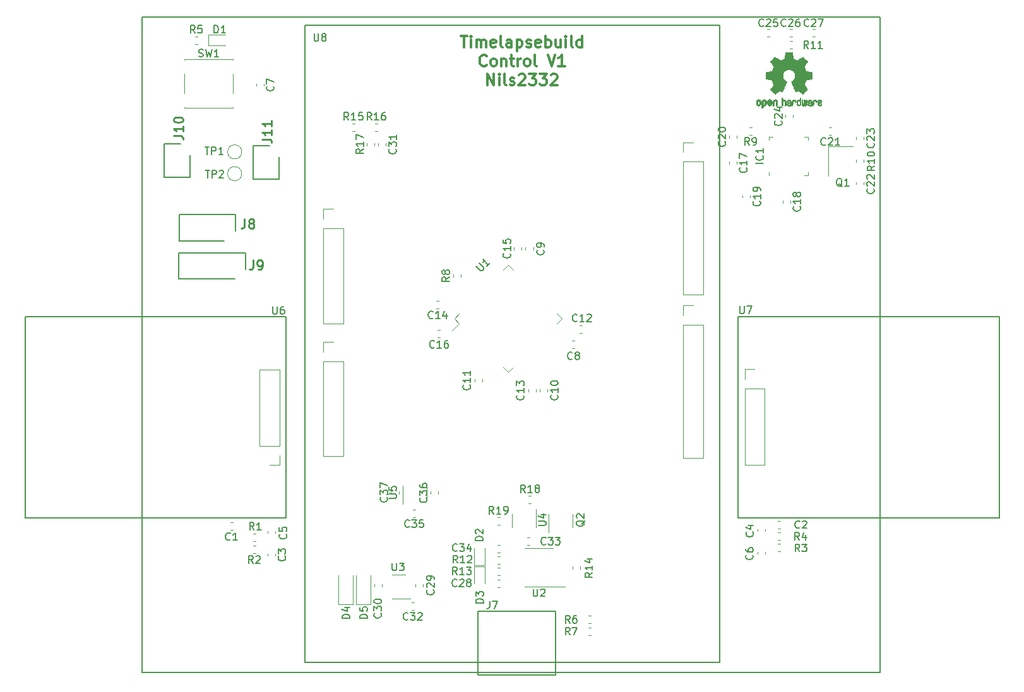
<source format=gbr>
%TF.GenerationSoftware,KiCad,Pcbnew,(5.1.0)-1*%
%TF.CreationDate,2019-07-18T10:11:44+02:00*%
%TF.ProjectId,Timelapsebuild_Control,54696d65-6c61-4707-9365-6275696c645f,rev?*%
%TF.SameCoordinates,Original*%
%TF.FileFunction,Legend,Top*%
%TF.FilePolarity,Positive*%
%FSLAX46Y46*%
G04 Gerber Fmt 4.6, Leading zero omitted, Abs format (unit mm)*
G04 Created by KiCad (PCBNEW (5.1.0)-1) date 2019-07-18 10:11:44*
%MOMM*%
%LPD*%
G04 APERTURE LIST*
%ADD10C,0.300000*%
%ADD11C,0.150000*%
%ADD12C,0.120000*%
%ADD13C,0.010000*%
%ADD14C,0.200000*%
%ADD15C,0.254000*%
G04 APERTURE END LIST*
D10*
X137784914Y-54032571D02*
X138642057Y-54032571D01*
X138213485Y-55532571D02*
X138213485Y-54032571D01*
X139142057Y-55532571D02*
X139142057Y-54532571D01*
X139142057Y-54032571D02*
X139070628Y-54104000D01*
X139142057Y-54175428D01*
X139213485Y-54104000D01*
X139142057Y-54032571D01*
X139142057Y-54175428D01*
X139856342Y-55532571D02*
X139856342Y-54532571D01*
X139856342Y-54675428D02*
X139927771Y-54604000D01*
X140070628Y-54532571D01*
X140284914Y-54532571D01*
X140427771Y-54604000D01*
X140499200Y-54746857D01*
X140499200Y-55532571D01*
X140499200Y-54746857D02*
X140570628Y-54604000D01*
X140713485Y-54532571D01*
X140927771Y-54532571D01*
X141070628Y-54604000D01*
X141142057Y-54746857D01*
X141142057Y-55532571D01*
X142427771Y-55461142D02*
X142284914Y-55532571D01*
X141999200Y-55532571D01*
X141856342Y-55461142D01*
X141784914Y-55318285D01*
X141784914Y-54746857D01*
X141856342Y-54604000D01*
X141999200Y-54532571D01*
X142284914Y-54532571D01*
X142427771Y-54604000D01*
X142499200Y-54746857D01*
X142499200Y-54889714D01*
X141784914Y-55032571D01*
X143356342Y-55532571D02*
X143213485Y-55461142D01*
X143142057Y-55318285D01*
X143142057Y-54032571D01*
X144570628Y-55532571D02*
X144570628Y-54746857D01*
X144499200Y-54604000D01*
X144356342Y-54532571D01*
X144070628Y-54532571D01*
X143927771Y-54604000D01*
X144570628Y-55461142D02*
X144427771Y-55532571D01*
X144070628Y-55532571D01*
X143927771Y-55461142D01*
X143856342Y-55318285D01*
X143856342Y-55175428D01*
X143927771Y-55032571D01*
X144070628Y-54961142D01*
X144427771Y-54961142D01*
X144570628Y-54889714D01*
X145284914Y-54532571D02*
X145284914Y-56032571D01*
X145284914Y-54604000D02*
X145427771Y-54532571D01*
X145713485Y-54532571D01*
X145856342Y-54604000D01*
X145927771Y-54675428D01*
X145999200Y-54818285D01*
X145999200Y-55246857D01*
X145927771Y-55389714D01*
X145856342Y-55461142D01*
X145713485Y-55532571D01*
X145427771Y-55532571D01*
X145284914Y-55461142D01*
X146570628Y-55461142D02*
X146713485Y-55532571D01*
X146999200Y-55532571D01*
X147142057Y-55461142D01*
X147213485Y-55318285D01*
X147213485Y-55246857D01*
X147142057Y-55104000D01*
X146999200Y-55032571D01*
X146784914Y-55032571D01*
X146642057Y-54961142D01*
X146570628Y-54818285D01*
X146570628Y-54746857D01*
X146642057Y-54604000D01*
X146784914Y-54532571D01*
X146999200Y-54532571D01*
X147142057Y-54604000D01*
X148427771Y-55461142D02*
X148284914Y-55532571D01*
X147999200Y-55532571D01*
X147856342Y-55461142D01*
X147784914Y-55318285D01*
X147784914Y-54746857D01*
X147856342Y-54604000D01*
X147999200Y-54532571D01*
X148284914Y-54532571D01*
X148427771Y-54604000D01*
X148499200Y-54746857D01*
X148499200Y-54889714D01*
X147784914Y-55032571D01*
X149142057Y-55532571D02*
X149142057Y-54032571D01*
X149142057Y-54604000D02*
X149284914Y-54532571D01*
X149570628Y-54532571D01*
X149713485Y-54604000D01*
X149784914Y-54675428D01*
X149856342Y-54818285D01*
X149856342Y-55246857D01*
X149784914Y-55389714D01*
X149713485Y-55461142D01*
X149570628Y-55532571D01*
X149284914Y-55532571D01*
X149142057Y-55461142D01*
X151142057Y-54532571D02*
X151142057Y-55532571D01*
X150499200Y-54532571D02*
X150499200Y-55318285D01*
X150570628Y-55461142D01*
X150713485Y-55532571D01*
X150927771Y-55532571D01*
X151070628Y-55461142D01*
X151142057Y-55389714D01*
X151856342Y-55532571D02*
X151856342Y-54532571D01*
X151856342Y-54032571D02*
X151784914Y-54104000D01*
X151856342Y-54175428D01*
X151927771Y-54104000D01*
X151856342Y-54032571D01*
X151856342Y-54175428D01*
X152784914Y-55532571D02*
X152642057Y-55461142D01*
X152570628Y-55318285D01*
X152570628Y-54032571D01*
X153999200Y-55532571D02*
X153999200Y-54032571D01*
X153999200Y-55461142D02*
X153856342Y-55532571D01*
X153570628Y-55532571D01*
X153427771Y-55461142D01*
X153356342Y-55389714D01*
X153284914Y-55246857D01*
X153284914Y-54818285D01*
X153356342Y-54675428D01*
X153427771Y-54604000D01*
X153570628Y-54532571D01*
X153856342Y-54532571D01*
X153999200Y-54604000D01*
X141213485Y-57939714D02*
X141142057Y-58011142D01*
X140927771Y-58082571D01*
X140784914Y-58082571D01*
X140570628Y-58011142D01*
X140427771Y-57868285D01*
X140356342Y-57725428D01*
X140284914Y-57439714D01*
X140284914Y-57225428D01*
X140356342Y-56939714D01*
X140427771Y-56796857D01*
X140570628Y-56654000D01*
X140784914Y-56582571D01*
X140927771Y-56582571D01*
X141142057Y-56654000D01*
X141213485Y-56725428D01*
X142070628Y-58082571D02*
X141927771Y-58011142D01*
X141856342Y-57939714D01*
X141784914Y-57796857D01*
X141784914Y-57368285D01*
X141856342Y-57225428D01*
X141927771Y-57154000D01*
X142070628Y-57082571D01*
X142284914Y-57082571D01*
X142427771Y-57154000D01*
X142499200Y-57225428D01*
X142570628Y-57368285D01*
X142570628Y-57796857D01*
X142499200Y-57939714D01*
X142427771Y-58011142D01*
X142284914Y-58082571D01*
X142070628Y-58082571D01*
X143213485Y-57082571D02*
X143213485Y-58082571D01*
X143213485Y-57225428D02*
X143284914Y-57154000D01*
X143427771Y-57082571D01*
X143642057Y-57082571D01*
X143784914Y-57154000D01*
X143856342Y-57296857D01*
X143856342Y-58082571D01*
X144356342Y-57082571D02*
X144927771Y-57082571D01*
X144570628Y-56582571D02*
X144570628Y-57868285D01*
X144642057Y-58011142D01*
X144784914Y-58082571D01*
X144927771Y-58082571D01*
X145427771Y-58082571D02*
X145427771Y-57082571D01*
X145427771Y-57368285D02*
X145499200Y-57225428D01*
X145570628Y-57154000D01*
X145713485Y-57082571D01*
X145856342Y-57082571D01*
X146570628Y-58082571D02*
X146427771Y-58011142D01*
X146356342Y-57939714D01*
X146284914Y-57796857D01*
X146284914Y-57368285D01*
X146356342Y-57225428D01*
X146427771Y-57154000D01*
X146570628Y-57082571D01*
X146784914Y-57082571D01*
X146927771Y-57154000D01*
X146999200Y-57225428D01*
X147070628Y-57368285D01*
X147070628Y-57796857D01*
X146999200Y-57939714D01*
X146927771Y-58011142D01*
X146784914Y-58082571D01*
X146570628Y-58082571D01*
X147927771Y-58082571D02*
X147784914Y-58011142D01*
X147713485Y-57868285D01*
X147713485Y-56582571D01*
X149427771Y-56582571D02*
X149927771Y-58082571D01*
X150427771Y-56582571D01*
X151713485Y-58082571D02*
X150856342Y-58082571D01*
X151284914Y-58082571D02*
X151284914Y-56582571D01*
X151142057Y-56796857D01*
X150999200Y-56939714D01*
X150856342Y-57011142D01*
X141356342Y-60632571D02*
X141356342Y-59132571D01*
X142213485Y-60632571D01*
X142213485Y-59132571D01*
X142927771Y-60632571D02*
X142927771Y-59632571D01*
X142927771Y-59132571D02*
X142856342Y-59204000D01*
X142927771Y-59275428D01*
X142999200Y-59204000D01*
X142927771Y-59132571D01*
X142927771Y-59275428D01*
X143856342Y-60632571D02*
X143713485Y-60561142D01*
X143642057Y-60418285D01*
X143642057Y-59132571D01*
X144356342Y-60561142D02*
X144499200Y-60632571D01*
X144784914Y-60632571D01*
X144927771Y-60561142D01*
X144999200Y-60418285D01*
X144999200Y-60346857D01*
X144927771Y-60204000D01*
X144784914Y-60132571D01*
X144570628Y-60132571D01*
X144427771Y-60061142D01*
X144356342Y-59918285D01*
X144356342Y-59846857D01*
X144427771Y-59704000D01*
X144570628Y-59632571D01*
X144784914Y-59632571D01*
X144927771Y-59704000D01*
X145570628Y-59275428D02*
X145642057Y-59204000D01*
X145784914Y-59132571D01*
X146142057Y-59132571D01*
X146284914Y-59204000D01*
X146356342Y-59275428D01*
X146427771Y-59418285D01*
X146427771Y-59561142D01*
X146356342Y-59775428D01*
X145499200Y-60632571D01*
X146427771Y-60632571D01*
X146927771Y-59132571D02*
X147856342Y-59132571D01*
X147356342Y-59704000D01*
X147570628Y-59704000D01*
X147713485Y-59775428D01*
X147784914Y-59846857D01*
X147856342Y-59989714D01*
X147856342Y-60346857D01*
X147784914Y-60489714D01*
X147713485Y-60561142D01*
X147570628Y-60632571D01*
X147142057Y-60632571D01*
X146999200Y-60561142D01*
X146927771Y-60489714D01*
X148356342Y-59132571D02*
X149284914Y-59132571D01*
X148784914Y-59704000D01*
X148999200Y-59704000D01*
X149142057Y-59775428D01*
X149213485Y-59846857D01*
X149284914Y-59989714D01*
X149284914Y-60346857D01*
X149213485Y-60489714D01*
X149142057Y-60561142D01*
X148999200Y-60632571D01*
X148570628Y-60632571D01*
X148427771Y-60561142D01*
X148356342Y-60489714D01*
X149856342Y-59275428D02*
X149927771Y-59204000D01*
X150070628Y-59132571D01*
X150427771Y-59132571D01*
X150570628Y-59204000D01*
X150642057Y-59275428D01*
X150713485Y-59418285D01*
X150713485Y-59561142D01*
X150642057Y-59775428D01*
X149784914Y-60632571D01*
X150713485Y-60632571D01*
D11*
X95000000Y-139500000D02*
X95000000Y-51500000D01*
X194000000Y-139500000D02*
X95000000Y-139500000D01*
X194000000Y-51500000D02*
X194000000Y-139500000D01*
X95000000Y-51500000D02*
X194000000Y-51500000D01*
X116838000Y-52603400D02*
X172468000Y-52603400D01*
X116838000Y-52603400D02*
X116838000Y-138093400D01*
X116838000Y-138093400D02*
X172468000Y-138093400D01*
X172468000Y-138093400D02*
X172468000Y-52603400D01*
D12*
X167598000Y-91543400D02*
X167598000Y-90213400D01*
X167598000Y-92813400D02*
X170258000Y-92813400D01*
X167598000Y-110653400D02*
X170258000Y-110653400D01*
X167598000Y-90213400D02*
X168928000Y-90213400D01*
X170258000Y-92813400D02*
X170258000Y-110653400D01*
X167598000Y-92813400D02*
X167598000Y-110653400D01*
X167598000Y-69633400D02*
X167598000Y-68303400D01*
X167598000Y-70903400D02*
X170258000Y-70903400D01*
X167598000Y-88743400D02*
X170258000Y-88743400D01*
X167598000Y-68303400D02*
X168928000Y-68303400D01*
X170258000Y-70903400D02*
X170258000Y-88743400D01*
X167598000Y-70903400D02*
X167598000Y-88743400D01*
X119333000Y-110463400D02*
X121993000Y-110463400D01*
X121993000Y-97703400D02*
X121993000Y-110463400D01*
X119333000Y-97703400D02*
X121993000Y-97703400D01*
X119333000Y-96433400D02*
X119333000Y-95103400D01*
X119333000Y-95103400D02*
X120663000Y-95103400D01*
X119333000Y-97703400D02*
X119333000Y-110463400D01*
X119333000Y-92633400D02*
X121993000Y-92633400D01*
X121993000Y-79873400D02*
X121993000Y-92633400D01*
X119333000Y-79873400D02*
X121993000Y-79873400D01*
X119333000Y-78603400D02*
X119333000Y-77273400D01*
X119333000Y-77273400D02*
X120663000Y-77273400D01*
X119333000Y-79873400D02*
X119333000Y-92633400D01*
D13*
G36*
X178531286Y-62553905D02*
G01*
X178605939Y-62591127D01*
X178671831Y-62659661D01*
X178689977Y-62685048D01*
X178709745Y-62718266D01*
X178722572Y-62754345D01*
X178729910Y-62802498D01*
X178733213Y-62871936D01*
X178733938Y-62963606D01*
X178730663Y-63089230D01*
X178719277Y-63183554D01*
X178697441Y-63253923D01*
X178662819Y-63307686D01*
X178613070Y-63352188D01*
X178609414Y-63354823D01*
X178560385Y-63381777D01*
X178501345Y-63395112D01*
X178426259Y-63398400D01*
X178304195Y-63398400D01*
X178304144Y-63516897D01*
X178303008Y-63582892D01*
X178296086Y-63621602D01*
X178277998Y-63644819D01*
X178243362Y-63664333D01*
X178235045Y-63668320D01*
X178196120Y-63687003D01*
X178165983Y-63698803D01*
X178143574Y-63699822D01*
X178127833Y-63686161D01*
X178117702Y-63653922D01*
X178112123Y-63599204D01*
X178110035Y-63518111D01*
X178110381Y-63406744D01*
X178112100Y-63261202D01*
X178112637Y-63217669D01*
X178114572Y-63067605D01*
X178116304Y-62969442D01*
X178304092Y-62969442D01*
X178305148Y-63052764D01*
X178309838Y-63107280D01*
X178320451Y-63143237D01*
X178339272Y-63170882D01*
X178352050Y-63184365D01*
X178404290Y-63223817D01*
X178450542Y-63227028D01*
X178498267Y-63194449D01*
X178499477Y-63193246D01*
X178518894Y-63168068D01*
X178530707Y-63133847D01*
X178536665Y-63081148D01*
X178538520Y-63000531D01*
X178538554Y-62982671D01*
X178534070Y-62871575D01*
X178519474Y-62794561D01*
X178493050Y-62747547D01*
X178453083Y-62726450D01*
X178429984Y-62724323D01*
X178375162Y-62734300D01*
X178337558Y-62767152D01*
X178314923Y-62827257D01*
X178305006Y-62918998D01*
X178304092Y-62969442D01*
X178116304Y-62969442D01*
X178116622Y-62951460D01*
X178119273Y-62864079D01*
X178123006Y-62800305D01*
X178128307Y-62754982D01*
X178135658Y-62722955D01*
X178145543Y-62699068D01*
X178158446Y-62678164D01*
X178163979Y-62670298D01*
X178237369Y-62595995D01*
X178330160Y-62553867D01*
X178437496Y-62542122D01*
X178531286Y-62553905D01*
X178531286Y-62553905D01*
G37*
X178531286Y-62553905D02*
X178605939Y-62591127D01*
X178671831Y-62659661D01*
X178689977Y-62685048D01*
X178709745Y-62718266D01*
X178722572Y-62754345D01*
X178729910Y-62802498D01*
X178733213Y-62871936D01*
X178733938Y-62963606D01*
X178730663Y-63089230D01*
X178719277Y-63183554D01*
X178697441Y-63253923D01*
X178662819Y-63307686D01*
X178613070Y-63352188D01*
X178609414Y-63354823D01*
X178560385Y-63381777D01*
X178501345Y-63395112D01*
X178426259Y-63398400D01*
X178304195Y-63398400D01*
X178304144Y-63516897D01*
X178303008Y-63582892D01*
X178296086Y-63621602D01*
X178277998Y-63644819D01*
X178243362Y-63664333D01*
X178235045Y-63668320D01*
X178196120Y-63687003D01*
X178165983Y-63698803D01*
X178143574Y-63699822D01*
X178127833Y-63686161D01*
X178117702Y-63653922D01*
X178112123Y-63599204D01*
X178110035Y-63518111D01*
X178110381Y-63406744D01*
X178112100Y-63261202D01*
X178112637Y-63217669D01*
X178114572Y-63067605D01*
X178116304Y-62969442D01*
X178304092Y-62969442D01*
X178305148Y-63052764D01*
X178309838Y-63107280D01*
X178320451Y-63143237D01*
X178339272Y-63170882D01*
X178352050Y-63184365D01*
X178404290Y-63223817D01*
X178450542Y-63227028D01*
X178498267Y-63194449D01*
X178499477Y-63193246D01*
X178518894Y-63168068D01*
X178530707Y-63133847D01*
X178536665Y-63081148D01*
X178538520Y-63000531D01*
X178538554Y-62982671D01*
X178534070Y-62871575D01*
X178519474Y-62794561D01*
X178493050Y-62747547D01*
X178453083Y-62726450D01*
X178429984Y-62724323D01*
X178375162Y-62734300D01*
X178337558Y-62767152D01*
X178314923Y-62827257D01*
X178305006Y-62918998D01*
X178304092Y-62969442D01*
X178116304Y-62969442D01*
X178116622Y-62951460D01*
X178119273Y-62864079D01*
X178123006Y-62800305D01*
X178128307Y-62754982D01*
X178135658Y-62722955D01*
X178145543Y-62699068D01*
X178158446Y-62678164D01*
X178163979Y-62670298D01*
X178237369Y-62595995D01*
X178330160Y-62553867D01*
X178437496Y-62542122D01*
X178531286Y-62553905D01*
G36*
X180034064Y-62564489D02*
G01*
X180096767Y-62600758D01*
X180140361Y-62636758D01*
X180172245Y-62674475D01*
X180194210Y-62720599D01*
X180208049Y-62781821D01*
X180215553Y-62864831D01*
X180218517Y-62976319D01*
X180218861Y-63056462D01*
X180218861Y-63351465D01*
X180052785Y-63425915D01*
X180043015Y-63102802D01*
X180038979Y-62982129D01*
X180034744Y-62894541D01*
X180029497Y-62834050D01*
X180022425Y-62794668D01*
X180012711Y-62770407D01*
X179999544Y-62755280D01*
X179995319Y-62752006D01*
X179931309Y-62726434D01*
X179866608Y-62736553D01*
X179828092Y-62763400D01*
X179812425Y-62782424D01*
X179801580Y-62807388D01*
X179794688Y-62845234D01*
X179790879Y-62902902D01*
X179789283Y-62987335D01*
X179789015Y-63075328D01*
X179788963Y-63185723D01*
X179787072Y-63263863D01*
X179780745Y-63316565D01*
X179767383Y-63350642D01*
X179744385Y-63372911D01*
X179709154Y-63390187D01*
X179662097Y-63408138D01*
X179610703Y-63427678D01*
X179616821Y-63080885D01*
X179619284Y-62955868D01*
X179622167Y-62863482D01*
X179626298Y-62797281D01*
X179632507Y-62750820D01*
X179641626Y-62717656D01*
X179654483Y-62691344D01*
X179669984Y-62668129D01*
X179744771Y-62593969D01*
X179836028Y-62551084D01*
X179935283Y-62540812D01*
X180034064Y-62564489D01*
X180034064Y-62564489D01*
G37*
X180034064Y-62564489D02*
X180096767Y-62600758D01*
X180140361Y-62636758D01*
X180172245Y-62674475D01*
X180194210Y-62720599D01*
X180208049Y-62781821D01*
X180215553Y-62864831D01*
X180218517Y-62976319D01*
X180218861Y-63056462D01*
X180218861Y-63351465D01*
X180052785Y-63425915D01*
X180043015Y-63102802D01*
X180038979Y-62982129D01*
X180034744Y-62894541D01*
X180029497Y-62834050D01*
X180022425Y-62794668D01*
X180012711Y-62770407D01*
X179999544Y-62755280D01*
X179995319Y-62752006D01*
X179931309Y-62726434D01*
X179866608Y-62736553D01*
X179828092Y-62763400D01*
X179812425Y-62782424D01*
X179801580Y-62807388D01*
X179794688Y-62845234D01*
X179790879Y-62902902D01*
X179789283Y-62987335D01*
X179789015Y-63075328D01*
X179788963Y-63185723D01*
X179787072Y-63263863D01*
X179780745Y-63316565D01*
X179767383Y-63350642D01*
X179744385Y-63372911D01*
X179709154Y-63390187D01*
X179662097Y-63408138D01*
X179610703Y-63427678D01*
X179616821Y-63080885D01*
X179619284Y-62955868D01*
X179622167Y-62863482D01*
X179626298Y-62797281D01*
X179632507Y-62750820D01*
X179641626Y-62717656D01*
X179654483Y-62691344D01*
X179669984Y-62668129D01*
X179744771Y-62593969D01*
X179836028Y-62551084D01*
X179935283Y-62540812D01*
X180034064Y-62564489D01*
G36*
X177779286Y-62556656D02*
G01*
X177870864Y-62604809D01*
X177938449Y-62682305D01*
X177962457Y-62732127D01*
X177981138Y-62806933D01*
X177990701Y-62901452D01*
X177991608Y-63004610D01*
X177984321Y-63105335D01*
X177969303Y-63192553D01*
X177947015Y-63255191D01*
X177940165Y-63265979D01*
X177859032Y-63346505D01*
X177762666Y-63394736D01*
X177658101Y-63408850D01*
X177552368Y-63387029D01*
X177522943Y-63373947D01*
X177465641Y-63333631D01*
X177415350Y-63280175D01*
X177410597Y-63273395D01*
X177391278Y-63240721D01*
X177378508Y-63205794D01*
X177370964Y-63159814D01*
X177367324Y-63093984D01*
X177366265Y-62999505D01*
X177366246Y-62978323D01*
X177366294Y-62971582D01*
X177561631Y-62971582D01*
X177562768Y-63060749D01*
X177567241Y-63119920D01*
X177576646Y-63158141D01*
X177592576Y-63184453D01*
X177600708Y-63193246D01*
X177647458Y-63226661D01*
X177692847Y-63225137D01*
X177738740Y-63196152D01*
X177766112Y-63165209D01*
X177782323Y-63120043D01*
X177791426Y-63048820D01*
X177792051Y-63040514D01*
X177793604Y-62911437D01*
X177777365Y-62815572D01*
X177743552Y-62753507D01*
X177692384Y-62725832D01*
X177674120Y-62724323D01*
X177626160Y-62731913D01*
X177593353Y-62758208D01*
X177573295Y-62808495D01*
X177563578Y-62888064D01*
X177561631Y-62971582D01*
X177366294Y-62971582D01*
X177366974Y-62877649D01*
X177370029Y-62807306D01*
X177376722Y-62758563D01*
X177388360Y-62722688D01*
X177406253Y-62690948D01*
X177410208Y-62685048D01*
X177476667Y-62605504D01*
X177549085Y-62559329D01*
X177637249Y-62540999D01*
X177667187Y-62540103D01*
X177779286Y-62556656D01*
X177779286Y-62556656D01*
G37*
X177779286Y-62556656D02*
X177870864Y-62604809D01*
X177938449Y-62682305D01*
X177962457Y-62732127D01*
X177981138Y-62806933D01*
X177990701Y-62901452D01*
X177991608Y-63004610D01*
X177984321Y-63105335D01*
X177969303Y-63192553D01*
X177947015Y-63255191D01*
X177940165Y-63265979D01*
X177859032Y-63346505D01*
X177762666Y-63394736D01*
X177658101Y-63408850D01*
X177552368Y-63387029D01*
X177522943Y-63373947D01*
X177465641Y-63333631D01*
X177415350Y-63280175D01*
X177410597Y-63273395D01*
X177391278Y-63240721D01*
X177378508Y-63205794D01*
X177370964Y-63159814D01*
X177367324Y-63093984D01*
X177366265Y-62999505D01*
X177366246Y-62978323D01*
X177366294Y-62971582D01*
X177561631Y-62971582D01*
X177562768Y-63060749D01*
X177567241Y-63119920D01*
X177576646Y-63158141D01*
X177592576Y-63184453D01*
X177600708Y-63193246D01*
X177647458Y-63226661D01*
X177692847Y-63225137D01*
X177738740Y-63196152D01*
X177766112Y-63165209D01*
X177782323Y-63120043D01*
X177791426Y-63048820D01*
X177792051Y-63040514D01*
X177793604Y-62911437D01*
X177777365Y-62815572D01*
X177743552Y-62753507D01*
X177692384Y-62725832D01*
X177674120Y-62724323D01*
X177626160Y-62731913D01*
X177593353Y-62758208D01*
X177573295Y-62808495D01*
X177563578Y-62888064D01*
X177561631Y-62971582D01*
X177366294Y-62971582D01*
X177366974Y-62877649D01*
X177370029Y-62807306D01*
X177376722Y-62758563D01*
X177388360Y-62722688D01*
X177406253Y-62690948D01*
X177410208Y-62685048D01*
X177476667Y-62605504D01*
X177549085Y-62559329D01*
X177637249Y-62540999D01*
X177667187Y-62540103D01*
X177779286Y-62556656D01*
G36*
X179296654Y-62569145D02*
G01*
X179373686Y-62620967D01*
X179433216Y-62695812D01*
X179468778Y-62791054D01*
X179475971Y-62861156D01*
X179475154Y-62890409D01*
X179468314Y-62912807D01*
X179449512Y-62932874D01*
X179412808Y-62955133D01*
X179352262Y-62984109D01*
X179261934Y-63024327D01*
X179261477Y-63024529D01*
X179178333Y-63062610D01*
X179110153Y-63096425D01*
X179063905Y-63122333D01*
X179046558Y-63136695D01*
X179046554Y-63136811D01*
X179061843Y-63168085D01*
X179097596Y-63202557D01*
X179138642Y-63227390D01*
X179159437Y-63232323D01*
X179216170Y-63215262D01*
X179265027Y-63172533D01*
X179288865Y-63125555D01*
X179311797Y-63090922D01*
X179356718Y-63051481D01*
X179409523Y-63017409D01*
X179456110Y-62998880D01*
X179465852Y-62997862D01*
X179476818Y-63014615D01*
X179477479Y-63057439D01*
X179469420Y-63115181D01*
X179454227Y-63176689D01*
X179433486Y-63230809D01*
X179432438Y-63232910D01*
X179370021Y-63320060D01*
X179289126Y-63379339D01*
X179197256Y-63408434D01*
X179101913Y-63405034D01*
X179010598Y-63366828D01*
X179006538Y-63364141D01*
X178934706Y-63299042D01*
X178887473Y-63214105D01*
X178861334Y-63102421D01*
X178857826Y-63071043D01*
X178851613Y-62922936D01*
X178859061Y-62853868D01*
X179046554Y-62853868D01*
X179048990Y-62896952D01*
X179062314Y-62909526D01*
X179095532Y-62900119D01*
X179147894Y-62877883D01*
X179206424Y-62850010D01*
X179207879Y-62849272D01*
X179257489Y-62823177D01*
X179277400Y-62805763D01*
X179272490Y-62787507D01*
X179251816Y-62763520D01*
X179199219Y-62728806D01*
X179142577Y-62726256D01*
X179091769Y-62751519D01*
X179056676Y-62800247D01*
X179046554Y-62853868D01*
X178859061Y-62853868D01*
X178864392Y-62804436D01*
X178897178Y-62710455D01*
X178942821Y-62644615D01*
X179025202Y-62578081D01*
X179115946Y-62545076D01*
X179208585Y-62542973D01*
X179296654Y-62569145D01*
X179296654Y-62569145D01*
G37*
X179296654Y-62569145D02*
X179373686Y-62620967D01*
X179433216Y-62695812D01*
X179468778Y-62791054D01*
X179475971Y-62861156D01*
X179475154Y-62890409D01*
X179468314Y-62912807D01*
X179449512Y-62932874D01*
X179412808Y-62955133D01*
X179352262Y-62984109D01*
X179261934Y-63024327D01*
X179261477Y-63024529D01*
X179178333Y-63062610D01*
X179110153Y-63096425D01*
X179063905Y-63122333D01*
X179046558Y-63136695D01*
X179046554Y-63136811D01*
X179061843Y-63168085D01*
X179097596Y-63202557D01*
X179138642Y-63227390D01*
X179159437Y-63232323D01*
X179216170Y-63215262D01*
X179265027Y-63172533D01*
X179288865Y-63125555D01*
X179311797Y-63090922D01*
X179356718Y-63051481D01*
X179409523Y-63017409D01*
X179456110Y-62998880D01*
X179465852Y-62997862D01*
X179476818Y-63014615D01*
X179477479Y-63057439D01*
X179469420Y-63115181D01*
X179454227Y-63176689D01*
X179433486Y-63230809D01*
X179432438Y-63232910D01*
X179370021Y-63320060D01*
X179289126Y-63379339D01*
X179197256Y-63408434D01*
X179101913Y-63405034D01*
X179010598Y-63366828D01*
X179006538Y-63364141D01*
X178934706Y-63299042D01*
X178887473Y-63214105D01*
X178861334Y-63102421D01*
X178857826Y-63071043D01*
X178851613Y-62922936D01*
X178859061Y-62853868D01*
X179046554Y-62853868D01*
X179048990Y-62896952D01*
X179062314Y-62909526D01*
X179095532Y-62900119D01*
X179147894Y-62877883D01*
X179206424Y-62850010D01*
X179207879Y-62849272D01*
X179257489Y-62823177D01*
X179277400Y-62805763D01*
X179272490Y-62787507D01*
X179251816Y-62763520D01*
X179199219Y-62728806D01*
X179142577Y-62726256D01*
X179091769Y-62751519D01*
X179056676Y-62800247D01*
X179046554Y-62853868D01*
X178859061Y-62853868D01*
X178864392Y-62804436D01*
X178897178Y-62710455D01*
X178942821Y-62644615D01*
X179025202Y-62578081D01*
X179115946Y-62545076D01*
X179208585Y-62542973D01*
X179296654Y-62569145D01*
G36*
X180922246Y-62461520D02*
G01*
X180927972Y-62541380D01*
X180934549Y-62588439D01*
X180943662Y-62608966D01*
X180956998Y-62609229D01*
X180961323Y-62606778D01*
X181018844Y-62589036D01*
X181093668Y-62590072D01*
X181169739Y-62608310D01*
X181217318Y-62631905D01*
X181266102Y-62669598D01*
X181301764Y-62712255D01*
X181326245Y-62766457D01*
X181341487Y-62838784D01*
X181349430Y-62935819D01*
X181352016Y-63064142D01*
X181352062Y-63088758D01*
X181352092Y-63365270D01*
X181290561Y-63386720D01*
X181246859Y-63401312D01*
X181222882Y-63408106D01*
X181222177Y-63408169D01*
X181219815Y-63389745D01*
X181217806Y-63338926D01*
X181216301Y-63262393D01*
X181215453Y-63166830D01*
X181215323Y-63108729D01*
X181215051Y-62994171D01*
X181213652Y-62912067D01*
X181210249Y-62855793D01*
X181203967Y-62818726D01*
X181193929Y-62794244D01*
X181179261Y-62775725D01*
X181170102Y-62766806D01*
X181107189Y-62730866D01*
X181038536Y-62728175D01*
X180976248Y-62758570D01*
X180964729Y-62769544D01*
X180947833Y-62790179D01*
X180936114Y-62814656D01*
X180928633Y-62850047D01*
X180924454Y-62903426D01*
X180922637Y-62981866D01*
X180922246Y-63090017D01*
X180922246Y-63365270D01*
X180860715Y-63386720D01*
X180817013Y-63401312D01*
X180793036Y-63408106D01*
X180792330Y-63408169D01*
X180790526Y-63389469D01*
X180788900Y-63336722D01*
X180787517Y-63254957D01*
X180786442Y-63149205D01*
X180785740Y-63024494D01*
X180785477Y-62885855D01*
X180785477Y-62351206D01*
X180912477Y-62297636D01*
X180922246Y-62461520D01*
X180922246Y-62461520D01*
G37*
X180922246Y-62461520D02*
X180927972Y-62541380D01*
X180934549Y-62588439D01*
X180943662Y-62608966D01*
X180956998Y-62609229D01*
X180961323Y-62606778D01*
X181018844Y-62589036D01*
X181093668Y-62590072D01*
X181169739Y-62608310D01*
X181217318Y-62631905D01*
X181266102Y-62669598D01*
X181301764Y-62712255D01*
X181326245Y-62766457D01*
X181341487Y-62838784D01*
X181349430Y-62935819D01*
X181352016Y-63064142D01*
X181352062Y-63088758D01*
X181352092Y-63365270D01*
X181290561Y-63386720D01*
X181246859Y-63401312D01*
X181222882Y-63408106D01*
X181222177Y-63408169D01*
X181219815Y-63389745D01*
X181217806Y-63338926D01*
X181216301Y-63262393D01*
X181215453Y-63166830D01*
X181215323Y-63108729D01*
X181215051Y-62994171D01*
X181213652Y-62912067D01*
X181210249Y-62855793D01*
X181203967Y-62818726D01*
X181193929Y-62794244D01*
X181179261Y-62775725D01*
X181170102Y-62766806D01*
X181107189Y-62730866D01*
X181038536Y-62728175D01*
X180976248Y-62758570D01*
X180964729Y-62769544D01*
X180947833Y-62790179D01*
X180936114Y-62814656D01*
X180928633Y-62850047D01*
X180924454Y-62903426D01*
X180922637Y-62981866D01*
X180922246Y-63090017D01*
X180922246Y-63365270D01*
X180860715Y-63386720D01*
X180817013Y-63401312D01*
X180793036Y-63408106D01*
X180792330Y-63408169D01*
X180790526Y-63389469D01*
X180788900Y-63336722D01*
X180787517Y-63254957D01*
X180786442Y-63149205D01*
X180785740Y-63024494D01*
X180785477Y-62885855D01*
X180785477Y-62351206D01*
X180912477Y-62297636D01*
X180922246Y-62461520D01*
G36*
X181815901Y-62595703D02*
G01*
X181892460Y-62624133D01*
X181893336Y-62624679D01*
X181940685Y-62659527D01*
X181975641Y-62700252D01*
X182000225Y-62753325D01*
X182016462Y-62825214D01*
X182026375Y-62922392D01*
X182031986Y-63051328D01*
X182032477Y-63069698D01*
X182039541Y-63346687D01*
X181980095Y-63377428D01*
X181937081Y-63398202D01*
X181911110Y-63408046D01*
X181909909Y-63408169D01*
X181905414Y-63390006D01*
X181901844Y-63341012D01*
X181899648Y-63269431D01*
X181899169Y-63211468D01*
X181899158Y-63117570D01*
X181894866Y-63058603D01*
X181879903Y-63030479D01*
X181847882Y-63029106D01*
X181792414Y-63050398D01*
X181708669Y-63089536D01*
X181647089Y-63122043D01*
X181615417Y-63150245D01*
X181606106Y-63180982D01*
X181606092Y-63182504D01*
X181621457Y-63235454D01*
X181666947Y-63264060D01*
X181736566Y-63268203D01*
X181786713Y-63267484D01*
X181813154Y-63281927D01*
X181829643Y-63316618D01*
X181839133Y-63360816D01*
X181825457Y-63385893D01*
X181820307Y-63389482D01*
X181771825Y-63403896D01*
X181703931Y-63405937D01*
X181634012Y-63396383D01*
X181584468Y-63378922D01*
X181515970Y-63320764D01*
X181477034Y-63239808D01*
X181469323Y-63176560D01*
X181475207Y-63119511D01*
X181496501Y-63072942D01*
X181538665Y-63031581D01*
X181607159Y-62990155D01*
X181707444Y-62943393D01*
X181713554Y-62940750D01*
X181803890Y-62899017D01*
X181859635Y-62864791D01*
X181883529Y-62834035D01*
X181878313Y-62802711D01*
X181846728Y-62766783D01*
X181837283Y-62758516D01*
X181774017Y-62726458D01*
X181708464Y-62727807D01*
X181651372Y-62759238D01*
X181613493Y-62817424D01*
X181609974Y-62828846D01*
X181575700Y-62884237D01*
X181532209Y-62910918D01*
X181469323Y-62937360D01*
X181469323Y-62868948D01*
X181488452Y-62769510D01*
X181545231Y-62678302D01*
X181574778Y-62647789D01*
X181641942Y-62608628D01*
X181727356Y-62590900D01*
X181815901Y-62595703D01*
X181815901Y-62595703D01*
G37*
X181815901Y-62595703D02*
X181892460Y-62624133D01*
X181893336Y-62624679D01*
X181940685Y-62659527D01*
X181975641Y-62700252D01*
X182000225Y-62753325D01*
X182016462Y-62825214D01*
X182026375Y-62922392D01*
X182031986Y-63051328D01*
X182032477Y-63069698D01*
X182039541Y-63346687D01*
X181980095Y-63377428D01*
X181937081Y-63398202D01*
X181911110Y-63408046D01*
X181909909Y-63408169D01*
X181905414Y-63390006D01*
X181901844Y-63341012D01*
X181899648Y-63269431D01*
X181899169Y-63211468D01*
X181899158Y-63117570D01*
X181894866Y-63058603D01*
X181879903Y-63030479D01*
X181847882Y-63029106D01*
X181792414Y-63050398D01*
X181708669Y-63089536D01*
X181647089Y-63122043D01*
X181615417Y-63150245D01*
X181606106Y-63180982D01*
X181606092Y-63182504D01*
X181621457Y-63235454D01*
X181666947Y-63264060D01*
X181736566Y-63268203D01*
X181786713Y-63267484D01*
X181813154Y-63281927D01*
X181829643Y-63316618D01*
X181839133Y-63360816D01*
X181825457Y-63385893D01*
X181820307Y-63389482D01*
X181771825Y-63403896D01*
X181703931Y-63405937D01*
X181634012Y-63396383D01*
X181584468Y-63378922D01*
X181515970Y-63320764D01*
X181477034Y-63239808D01*
X181469323Y-63176560D01*
X181475207Y-63119511D01*
X181496501Y-63072942D01*
X181538665Y-63031581D01*
X181607159Y-62990155D01*
X181707444Y-62943393D01*
X181713554Y-62940750D01*
X181803890Y-62899017D01*
X181859635Y-62864791D01*
X181883529Y-62834035D01*
X181878313Y-62802711D01*
X181846728Y-62766783D01*
X181837283Y-62758516D01*
X181774017Y-62726458D01*
X181708464Y-62727807D01*
X181651372Y-62759238D01*
X181613493Y-62817424D01*
X181609974Y-62828846D01*
X181575700Y-62884237D01*
X181532209Y-62910918D01*
X181469323Y-62937360D01*
X181469323Y-62868948D01*
X181488452Y-62769510D01*
X181545231Y-62678302D01*
X181574778Y-62647789D01*
X181641942Y-62608628D01*
X181727356Y-62590900D01*
X181815901Y-62595703D01*
G36*
X182475762Y-62594070D02*
G01*
X182564517Y-62626821D01*
X182636422Y-62684750D01*
X182664544Y-62725528D01*
X182695202Y-62800354D01*
X182694565Y-62854458D01*
X182662387Y-62890846D01*
X182650481Y-62897033D01*
X182599075Y-62916325D01*
X182572822Y-62911382D01*
X182563930Y-62878987D01*
X182563477Y-62861092D01*
X182547197Y-62795259D01*
X182504765Y-62749207D01*
X182445788Y-62726964D01*
X182379875Y-62732561D01*
X182326295Y-62761629D01*
X182308198Y-62778210D01*
X182295371Y-62798325D01*
X182286706Y-62828732D01*
X182281096Y-62876188D01*
X182277435Y-62947450D01*
X182274615Y-63049275D01*
X182273884Y-63081515D01*
X182271220Y-63191810D01*
X182268192Y-63269436D01*
X182263650Y-63320796D01*
X182256446Y-63352290D01*
X182245433Y-63370320D01*
X182229460Y-63381288D01*
X182219234Y-63386133D01*
X182175806Y-63402701D01*
X182150242Y-63408169D01*
X182141795Y-63389907D01*
X182136639Y-63334696D01*
X182134746Y-63241899D01*
X182136089Y-63110878D01*
X182136507Y-63090669D01*
X182139458Y-62971133D01*
X182142948Y-62883849D01*
X182147914Y-62821991D01*
X182155293Y-62778736D01*
X182166024Y-62747260D01*
X182181045Y-62720739D01*
X182188902Y-62709375D01*
X182233953Y-62659092D01*
X182284340Y-62619981D01*
X182290508Y-62616567D01*
X182380858Y-62589612D01*
X182475762Y-62594070D01*
X182475762Y-62594070D01*
G37*
X182475762Y-62594070D02*
X182564517Y-62626821D01*
X182636422Y-62684750D01*
X182664544Y-62725528D01*
X182695202Y-62800354D01*
X182694565Y-62854458D01*
X182662387Y-62890846D01*
X182650481Y-62897033D01*
X182599075Y-62916325D01*
X182572822Y-62911382D01*
X182563930Y-62878987D01*
X182563477Y-62861092D01*
X182547197Y-62795259D01*
X182504765Y-62749207D01*
X182445788Y-62726964D01*
X182379875Y-62732561D01*
X182326295Y-62761629D01*
X182308198Y-62778210D01*
X182295371Y-62798325D01*
X182286706Y-62828732D01*
X182281096Y-62876188D01*
X182277435Y-62947450D01*
X182274615Y-63049275D01*
X182273884Y-63081515D01*
X182271220Y-63191810D01*
X182268192Y-63269436D01*
X182263650Y-63320796D01*
X182256446Y-63352290D01*
X182245433Y-63370320D01*
X182229460Y-63381288D01*
X182219234Y-63386133D01*
X182175806Y-63402701D01*
X182150242Y-63408169D01*
X182141795Y-63389907D01*
X182136639Y-63334696D01*
X182134746Y-63241899D01*
X182136089Y-63110878D01*
X182136507Y-63090669D01*
X182139458Y-62971133D01*
X182142948Y-62883849D01*
X182147914Y-62821991D01*
X182155293Y-62778736D01*
X182166024Y-62747260D01*
X182181045Y-62720739D01*
X182188902Y-62709375D01*
X182233953Y-62659092D01*
X182284340Y-62619981D01*
X182290508Y-62616567D01*
X182380858Y-62589612D01*
X182475762Y-62594070D01*
G36*
X183364481Y-62749689D02*
G01*
X183364233Y-62895720D01*
X183363272Y-63008055D01*
X183361194Y-63092078D01*
X183357593Y-63153169D01*
X183352065Y-63196709D01*
X183344204Y-63228079D01*
X183333607Y-63252662D01*
X183325582Y-63266694D01*
X183259128Y-63342788D01*
X183174870Y-63390484D01*
X183081649Y-63407599D01*
X182988300Y-63391946D01*
X182932712Y-63363818D01*
X182874357Y-63315160D01*
X182834586Y-63255733D01*
X182810590Y-63177907D01*
X182799561Y-63074052D01*
X182797999Y-62997862D01*
X182798209Y-62992386D01*
X182934708Y-62992386D01*
X182935541Y-63079755D01*
X182939361Y-63137592D01*
X182948146Y-63175429D01*
X182963874Y-63202798D01*
X182982666Y-63223442D01*
X183045775Y-63263290D01*
X183113537Y-63266695D01*
X183177579Y-63233425D01*
X183182564Y-63228917D01*
X183203839Y-63205467D01*
X183217179Y-63177566D01*
X183224401Y-63136041D01*
X183227323Y-63071716D01*
X183227785Y-63000600D01*
X183226783Y-62911258D01*
X183222638Y-62851658D01*
X183213636Y-62812489D01*
X183198067Y-62784440D01*
X183185302Y-62769544D01*
X183126000Y-62731975D01*
X183057701Y-62727457D01*
X182992510Y-62756153D01*
X182979928Y-62766806D01*
X182958511Y-62790463D01*
X182945144Y-62818651D01*
X182937966Y-62860645D01*
X182935119Y-62925719D01*
X182934708Y-62992386D01*
X182798209Y-62992386D01*
X182802722Y-62875165D01*
X182818762Y-62782977D01*
X182848928Y-62713669D01*
X182896029Y-62659611D01*
X182932712Y-62631905D01*
X182999390Y-62601972D01*
X183076672Y-62588078D01*
X183148510Y-62591797D01*
X183188708Y-62606800D01*
X183204482Y-62611070D01*
X183214950Y-62595150D01*
X183222256Y-62552489D01*
X183227785Y-62487506D01*
X183233837Y-62415132D01*
X183242244Y-62371587D01*
X183257541Y-62346687D01*
X183284264Y-62330245D01*
X183301054Y-62322964D01*
X183364554Y-62296363D01*
X183364481Y-62749689D01*
X183364481Y-62749689D01*
G37*
X183364481Y-62749689D02*
X183364233Y-62895720D01*
X183363272Y-63008055D01*
X183361194Y-63092078D01*
X183357593Y-63153169D01*
X183352065Y-63196709D01*
X183344204Y-63228079D01*
X183333607Y-63252662D01*
X183325582Y-63266694D01*
X183259128Y-63342788D01*
X183174870Y-63390484D01*
X183081649Y-63407599D01*
X182988300Y-63391946D01*
X182932712Y-63363818D01*
X182874357Y-63315160D01*
X182834586Y-63255733D01*
X182810590Y-63177907D01*
X182799561Y-63074052D01*
X182797999Y-62997862D01*
X182798209Y-62992386D01*
X182934708Y-62992386D01*
X182935541Y-63079755D01*
X182939361Y-63137592D01*
X182948146Y-63175429D01*
X182963874Y-63202798D01*
X182982666Y-63223442D01*
X183045775Y-63263290D01*
X183113537Y-63266695D01*
X183177579Y-63233425D01*
X183182564Y-63228917D01*
X183203839Y-63205467D01*
X183217179Y-63177566D01*
X183224401Y-63136041D01*
X183227323Y-63071716D01*
X183227785Y-63000600D01*
X183226783Y-62911258D01*
X183222638Y-62851658D01*
X183213636Y-62812489D01*
X183198067Y-62784440D01*
X183185302Y-62769544D01*
X183126000Y-62731975D01*
X183057701Y-62727457D01*
X182992510Y-62756153D01*
X182979928Y-62766806D01*
X182958511Y-62790463D01*
X182945144Y-62818651D01*
X182937966Y-62860645D01*
X182935119Y-62925719D01*
X182934708Y-62992386D01*
X182798209Y-62992386D01*
X182802722Y-62875165D01*
X182818762Y-62782977D01*
X182848928Y-62713669D01*
X182896029Y-62659611D01*
X182932712Y-62631905D01*
X182999390Y-62601972D01*
X183076672Y-62588078D01*
X183148510Y-62591797D01*
X183188708Y-62606800D01*
X183204482Y-62611070D01*
X183214950Y-62595150D01*
X183222256Y-62552489D01*
X183227785Y-62487506D01*
X183233837Y-62415132D01*
X183242244Y-62371587D01*
X183257541Y-62346687D01*
X183284264Y-62330245D01*
X183301054Y-62322964D01*
X183364554Y-62296363D01*
X183364481Y-62749689D01*
G36*
X184158329Y-62606062D02*
G01*
X184161311Y-62657468D01*
X184163647Y-62735592D01*
X184165149Y-62834257D01*
X184165631Y-62937743D01*
X184165631Y-63287933D01*
X184103801Y-63349763D01*
X184061193Y-63387862D01*
X184023790Y-63403295D01*
X183972670Y-63402318D01*
X183952378Y-63399833D01*
X183888954Y-63392600D01*
X183836495Y-63388455D01*
X183823708Y-63388072D01*
X183780599Y-63390576D01*
X183718944Y-63396862D01*
X183695038Y-63399833D01*
X183636322Y-63404428D01*
X183596864Y-63394446D01*
X183557738Y-63363628D01*
X183543615Y-63349763D01*
X183481785Y-63287933D01*
X183481785Y-62632903D01*
X183531550Y-62610229D01*
X183574402Y-62593434D01*
X183599473Y-62587554D01*
X183605901Y-62606136D01*
X183611909Y-62658055D01*
X183617097Y-62737572D01*
X183621064Y-62838946D01*
X183622977Y-62924592D01*
X183628323Y-63261631D01*
X183674960Y-63268225D01*
X183717376Y-63263614D01*
X183738160Y-63248687D01*
X183743970Y-63220777D01*
X183748930Y-63161325D01*
X183752646Y-63077866D01*
X183754724Y-62977932D01*
X183755024Y-62926504D01*
X183755323Y-62630454D01*
X183816854Y-62609004D01*
X183860404Y-62594420D01*
X183884094Y-62587619D01*
X183884777Y-62587554D01*
X183887154Y-62606042D01*
X183889766Y-62657306D01*
X183892395Y-62735049D01*
X183894821Y-62832974D01*
X183896515Y-62924592D01*
X183901861Y-63261631D01*
X184019092Y-63261631D01*
X184024472Y-62954146D01*
X184029851Y-62646661D01*
X184087001Y-62617107D01*
X184129197Y-62596813D01*
X184154170Y-62587604D01*
X184154891Y-62587554D01*
X184158329Y-62606062D01*
X184158329Y-62606062D01*
G37*
X184158329Y-62606062D02*
X184161311Y-62657468D01*
X184163647Y-62735592D01*
X184165149Y-62834257D01*
X184165631Y-62937743D01*
X184165631Y-63287933D01*
X184103801Y-63349763D01*
X184061193Y-63387862D01*
X184023790Y-63403295D01*
X183972670Y-63402318D01*
X183952378Y-63399833D01*
X183888954Y-63392600D01*
X183836495Y-63388455D01*
X183823708Y-63388072D01*
X183780599Y-63390576D01*
X183718944Y-63396862D01*
X183695038Y-63399833D01*
X183636322Y-63404428D01*
X183596864Y-63394446D01*
X183557738Y-63363628D01*
X183543615Y-63349763D01*
X183481785Y-63287933D01*
X183481785Y-62632903D01*
X183531550Y-62610229D01*
X183574402Y-62593434D01*
X183599473Y-62587554D01*
X183605901Y-62606136D01*
X183611909Y-62658055D01*
X183617097Y-62737572D01*
X183621064Y-62838946D01*
X183622977Y-62924592D01*
X183628323Y-63261631D01*
X183674960Y-63268225D01*
X183717376Y-63263614D01*
X183738160Y-63248687D01*
X183743970Y-63220777D01*
X183748930Y-63161325D01*
X183752646Y-63077866D01*
X183754724Y-62977932D01*
X183755024Y-62926504D01*
X183755323Y-62630454D01*
X183816854Y-62609004D01*
X183860404Y-62594420D01*
X183884094Y-62587619D01*
X183884777Y-62587554D01*
X183887154Y-62606042D01*
X183889766Y-62657306D01*
X183892395Y-62735049D01*
X183894821Y-62832974D01*
X183896515Y-62924592D01*
X183901861Y-63261631D01*
X184019092Y-63261631D01*
X184024472Y-62954146D01*
X184029851Y-62646661D01*
X184087001Y-62617107D01*
X184129197Y-62596813D01*
X184154170Y-62587604D01*
X184154891Y-62587554D01*
X184158329Y-62606062D01*
G36*
X184649733Y-62602928D02*
G01*
X184705990Y-62628517D01*
X184750147Y-62659524D01*
X184782501Y-62694195D01*
X184804838Y-62738920D01*
X184818946Y-62800092D01*
X184826611Y-62884101D01*
X184829620Y-62997340D01*
X184829938Y-63071909D01*
X184829938Y-63362820D01*
X184780173Y-63385495D01*
X184740976Y-63402067D01*
X184721557Y-63408169D01*
X184717842Y-63390010D01*
X184714895Y-63341048D01*
X184713091Y-63269553D01*
X184712708Y-63212785D01*
X184711061Y-63130771D01*
X184706622Y-63065709D01*
X184700140Y-63025867D01*
X184694990Y-63017400D01*
X184660377Y-63026046D01*
X184606040Y-63048223D01*
X184543122Y-63078286D01*
X184482768Y-63110592D01*
X184436121Y-63139498D01*
X184414326Y-63159361D01*
X184414239Y-63159575D01*
X184416114Y-63196335D01*
X184432925Y-63231426D01*
X184462439Y-63259928D01*
X184505516Y-63269461D01*
X184542332Y-63268350D01*
X184594474Y-63267533D01*
X184621844Y-63279749D01*
X184638282Y-63312024D01*
X184640355Y-63318110D01*
X184647481Y-63364139D01*
X184628424Y-63392087D01*
X184578753Y-63405407D01*
X184525097Y-63407870D01*
X184428542Y-63389610D01*
X184378559Y-63363531D01*
X184316829Y-63302268D01*
X184284090Y-63227070D01*
X184281153Y-63147611D01*
X184308824Y-63073567D01*
X184350447Y-63027169D01*
X184392004Y-63001193D01*
X184457322Y-62968307D01*
X184533438Y-62934957D01*
X184546126Y-62929861D01*
X184629733Y-62892965D01*
X184677930Y-62860446D01*
X184693430Y-62828118D01*
X184678950Y-62791794D01*
X184654092Y-62763400D01*
X184595339Y-62728439D01*
X184530693Y-62725817D01*
X184471408Y-62752758D01*
X184428739Y-62806488D01*
X184423139Y-62820350D01*
X184390533Y-62871336D01*
X184342930Y-62909187D01*
X184282861Y-62940250D01*
X184282861Y-62852168D01*
X184286397Y-62798351D01*
X184301556Y-62755934D01*
X184335168Y-62710679D01*
X184367435Y-62675820D01*
X184417609Y-62626462D01*
X184456593Y-62599947D01*
X184498464Y-62589311D01*
X184545860Y-62587554D01*
X184649733Y-62602928D01*
X184649733Y-62602928D01*
G37*
X184649733Y-62602928D02*
X184705990Y-62628517D01*
X184750147Y-62659524D01*
X184782501Y-62694195D01*
X184804838Y-62738920D01*
X184818946Y-62800092D01*
X184826611Y-62884101D01*
X184829620Y-62997340D01*
X184829938Y-63071909D01*
X184829938Y-63362820D01*
X184780173Y-63385495D01*
X184740976Y-63402067D01*
X184721557Y-63408169D01*
X184717842Y-63390010D01*
X184714895Y-63341048D01*
X184713091Y-63269553D01*
X184712708Y-63212785D01*
X184711061Y-63130771D01*
X184706622Y-63065709D01*
X184700140Y-63025867D01*
X184694990Y-63017400D01*
X184660377Y-63026046D01*
X184606040Y-63048223D01*
X184543122Y-63078286D01*
X184482768Y-63110592D01*
X184436121Y-63139498D01*
X184414326Y-63159361D01*
X184414239Y-63159575D01*
X184416114Y-63196335D01*
X184432925Y-63231426D01*
X184462439Y-63259928D01*
X184505516Y-63269461D01*
X184542332Y-63268350D01*
X184594474Y-63267533D01*
X184621844Y-63279749D01*
X184638282Y-63312024D01*
X184640355Y-63318110D01*
X184647481Y-63364139D01*
X184628424Y-63392087D01*
X184578753Y-63405407D01*
X184525097Y-63407870D01*
X184428542Y-63389610D01*
X184378559Y-63363531D01*
X184316829Y-63302268D01*
X184284090Y-63227070D01*
X184281153Y-63147611D01*
X184308824Y-63073567D01*
X184350447Y-63027169D01*
X184392004Y-63001193D01*
X184457322Y-62968307D01*
X184533438Y-62934957D01*
X184546126Y-62929861D01*
X184629733Y-62892965D01*
X184677930Y-62860446D01*
X184693430Y-62828118D01*
X184678950Y-62791794D01*
X184654092Y-62763400D01*
X184595339Y-62728439D01*
X184530693Y-62725817D01*
X184471408Y-62752758D01*
X184428739Y-62806488D01*
X184423139Y-62820350D01*
X184390533Y-62871336D01*
X184342930Y-62909187D01*
X184282861Y-62940250D01*
X184282861Y-62852168D01*
X184286397Y-62798351D01*
X184301556Y-62755934D01*
X184335168Y-62710679D01*
X184367435Y-62675820D01*
X184417609Y-62626462D01*
X184456593Y-62599947D01*
X184498464Y-62589311D01*
X184545860Y-62587554D01*
X184649733Y-62602928D01*
G36*
X185333207Y-62606182D02*
G01*
X185356561Y-62616388D01*
X185412302Y-62660534D01*
X185459969Y-62724367D01*
X185489448Y-62792487D01*
X185494246Y-62826070D01*
X185478160Y-62872956D01*
X185442875Y-62897765D01*
X185405044Y-62912787D01*
X185387721Y-62915555D01*
X185379286Y-62895466D01*
X185362630Y-62851751D01*
X185355323Y-62831998D01*
X185314348Y-62763671D01*
X185255022Y-62729591D01*
X185178952Y-62730639D01*
X185173318Y-62731981D01*
X185132705Y-62751236D01*
X185102848Y-62788775D01*
X185082455Y-62849209D01*
X185070236Y-62937151D01*
X185064900Y-63057213D01*
X185064400Y-63121098D01*
X185064152Y-63221803D01*
X185062526Y-63290454D01*
X185058201Y-63334073D01*
X185049854Y-63359682D01*
X185036165Y-63374303D01*
X185015811Y-63384958D01*
X185014634Y-63385495D01*
X184975438Y-63402067D01*
X184956019Y-63408169D01*
X184953035Y-63389719D01*
X184950481Y-63338723D01*
X184948540Y-63261708D01*
X184947397Y-63165205D01*
X184947169Y-63094584D01*
X184948332Y-62957925D01*
X184952879Y-62854251D01*
X184962399Y-62777508D01*
X184978481Y-62721646D01*
X185002713Y-62680612D01*
X185036686Y-62648354D01*
X185070233Y-62625840D01*
X185150899Y-62595876D01*
X185244781Y-62589118D01*
X185333207Y-62606182D01*
X185333207Y-62606182D01*
G37*
X185333207Y-62606182D02*
X185356561Y-62616388D01*
X185412302Y-62660534D01*
X185459969Y-62724367D01*
X185489448Y-62792487D01*
X185494246Y-62826070D01*
X185478160Y-62872956D01*
X185442875Y-62897765D01*
X185405044Y-62912787D01*
X185387721Y-62915555D01*
X185379286Y-62895466D01*
X185362630Y-62851751D01*
X185355323Y-62831998D01*
X185314348Y-62763671D01*
X185255022Y-62729591D01*
X185178952Y-62730639D01*
X185173318Y-62731981D01*
X185132705Y-62751236D01*
X185102848Y-62788775D01*
X185082455Y-62849209D01*
X185070236Y-62937151D01*
X185064900Y-63057213D01*
X185064400Y-63121098D01*
X185064152Y-63221803D01*
X185062526Y-63290454D01*
X185058201Y-63334073D01*
X185049854Y-63359682D01*
X185036165Y-63374303D01*
X185015811Y-63384958D01*
X185014634Y-63385495D01*
X184975438Y-63402067D01*
X184956019Y-63408169D01*
X184953035Y-63389719D01*
X184950481Y-63338723D01*
X184948540Y-63261708D01*
X184947397Y-63165205D01*
X184947169Y-63094584D01*
X184948332Y-62957925D01*
X184952879Y-62854251D01*
X184962399Y-62777508D01*
X184978481Y-62721646D01*
X185002713Y-62680612D01*
X185036686Y-62648354D01*
X185070233Y-62625840D01*
X185150899Y-62595876D01*
X185244781Y-62589118D01*
X185333207Y-62606182D01*
G36*
X186007624Y-62617238D02*
G01*
X186084928Y-62667761D01*
X186122214Y-62712990D01*
X186151753Y-62795063D01*
X186154099Y-62860007D01*
X186148785Y-62946845D01*
X185948515Y-63034503D01*
X185851139Y-63079287D01*
X185787513Y-63115313D01*
X185754429Y-63146517D01*
X185748680Y-63176836D01*
X185767058Y-63210205D01*
X185787323Y-63232323D01*
X185846289Y-63267793D01*
X185910424Y-63270279D01*
X185969326Y-63242635D01*
X186012597Y-63187720D01*
X186020336Y-63168328D01*
X186057406Y-63107764D01*
X186100054Y-63081952D01*
X186158554Y-63059871D01*
X186158554Y-63143584D01*
X186153382Y-63200550D01*
X186133123Y-63248589D01*
X186090662Y-63303746D01*
X186084351Y-63310914D01*
X186037120Y-63359985D01*
X185996521Y-63386320D01*
X185945728Y-63398435D01*
X185903620Y-63402403D01*
X185828302Y-63403391D01*
X185774686Y-63390866D01*
X185741238Y-63372269D01*
X185688668Y-63331375D01*
X185652279Y-63287148D01*
X185629250Y-63231526D01*
X185616759Y-63156447D01*
X185611987Y-63053849D01*
X185611606Y-63001776D01*
X185612901Y-62939348D01*
X185730871Y-62939348D01*
X185732239Y-62972838D01*
X185735649Y-62978323D01*
X185758153Y-62970872D01*
X185806582Y-62951153D01*
X185871308Y-62923118D01*
X185884843Y-62917092D01*
X185966644Y-62875496D01*
X186011712Y-62838938D01*
X186021617Y-62804696D01*
X185997926Y-62770048D01*
X185978360Y-62754739D01*
X185907760Y-62724121D01*
X185841680Y-62729180D01*
X185786359Y-62766551D01*
X185748036Y-62832873D01*
X185735749Y-62885516D01*
X185730871Y-62939348D01*
X185612901Y-62939348D01*
X185614130Y-62880120D01*
X185623432Y-62790110D01*
X185641860Y-62724567D01*
X185671760Y-62676312D01*
X185715480Y-62638167D01*
X185734541Y-62625840D01*
X185821126Y-62593736D01*
X185915922Y-62591716D01*
X186007624Y-62617238D01*
X186007624Y-62617238D01*
G37*
X186007624Y-62617238D02*
X186084928Y-62667761D01*
X186122214Y-62712990D01*
X186151753Y-62795063D01*
X186154099Y-62860007D01*
X186148785Y-62946845D01*
X185948515Y-63034503D01*
X185851139Y-63079287D01*
X185787513Y-63115313D01*
X185754429Y-63146517D01*
X185748680Y-63176836D01*
X185767058Y-63210205D01*
X185787323Y-63232323D01*
X185846289Y-63267793D01*
X185910424Y-63270279D01*
X185969326Y-63242635D01*
X186012597Y-63187720D01*
X186020336Y-63168328D01*
X186057406Y-63107764D01*
X186100054Y-63081952D01*
X186158554Y-63059871D01*
X186158554Y-63143584D01*
X186153382Y-63200550D01*
X186133123Y-63248589D01*
X186090662Y-63303746D01*
X186084351Y-63310914D01*
X186037120Y-63359985D01*
X185996521Y-63386320D01*
X185945728Y-63398435D01*
X185903620Y-63402403D01*
X185828302Y-63403391D01*
X185774686Y-63390866D01*
X185741238Y-63372269D01*
X185688668Y-63331375D01*
X185652279Y-63287148D01*
X185629250Y-63231526D01*
X185616759Y-63156447D01*
X185611987Y-63053849D01*
X185611606Y-63001776D01*
X185612901Y-62939348D01*
X185730871Y-62939348D01*
X185732239Y-62972838D01*
X185735649Y-62978323D01*
X185758153Y-62970872D01*
X185806582Y-62951153D01*
X185871308Y-62923118D01*
X185884843Y-62917092D01*
X185966644Y-62875496D01*
X186011712Y-62838938D01*
X186021617Y-62804696D01*
X185997926Y-62770048D01*
X185978360Y-62754739D01*
X185907760Y-62724121D01*
X185841680Y-62729180D01*
X185786359Y-62766551D01*
X185748036Y-62832873D01*
X185735749Y-62885516D01*
X185730871Y-62939348D01*
X185612901Y-62939348D01*
X185614130Y-62880120D01*
X185623432Y-62790110D01*
X185641860Y-62724567D01*
X185671760Y-62676312D01*
X185715480Y-62638167D01*
X185734541Y-62625840D01*
X185821126Y-62593736D01*
X185915922Y-62591716D01*
X186007624Y-62617238D01*
G36*
X181902278Y-56257176D02*
G01*
X182008012Y-56257755D01*
X182084532Y-56259322D01*
X182136772Y-56262372D01*
X182169663Y-56267396D01*
X182188137Y-56274889D01*
X182197127Y-56285344D01*
X182201563Y-56299253D01*
X182201994Y-56301054D01*
X182208733Y-56333545D01*
X182221208Y-56397652D01*
X182238119Y-56486551D01*
X182258171Y-56593419D01*
X182280064Y-56711433D01*
X182280829Y-56715578D01*
X182302759Y-56831231D01*
X182323277Y-56933414D01*
X182341059Y-57015998D01*
X182354781Y-57072856D01*
X182363118Y-57097858D01*
X182363516Y-57098301D01*
X182388077Y-57110510D01*
X182438715Y-57130856D01*
X182504495Y-57154945D01*
X182504861Y-57155074D01*
X182587717Y-57186218D01*
X182685400Y-57225891D01*
X182777477Y-57265781D01*
X182781834Y-57267753D01*
X182931807Y-57335820D01*
X183263898Y-57109039D01*
X183365774Y-57039904D01*
X183458057Y-56978097D01*
X183535403Y-56927133D01*
X183592464Y-56890527D01*
X183623895Y-56871794D01*
X183626879Y-56870404D01*
X183649721Y-56876590D01*
X183692382Y-56906435D01*
X183756528Y-56961347D01*
X183843821Y-57042734D01*
X183932935Y-57129322D01*
X184018841Y-57214647D01*
X184095727Y-57292508D01*
X184158964Y-57358097D01*
X184203923Y-57406605D01*
X184225976Y-57433225D01*
X184226796Y-57434595D01*
X184229234Y-57452863D01*
X184220050Y-57482695D01*
X184196974Y-57528121D01*
X184157737Y-57593170D01*
X184100070Y-57681870D01*
X184023195Y-57796057D01*
X183954970Y-57896562D01*
X183893982Y-57986703D01*
X183843756Y-58061249D01*
X183807816Y-58114965D01*
X183789687Y-58142618D01*
X183788546Y-58144495D01*
X183790759Y-58170990D01*
X183807538Y-58222486D01*
X183835542Y-58289251D01*
X183845522Y-58310572D01*
X183889072Y-58405559D01*
X183935534Y-58513337D01*
X183973277Y-58606592D01*
X184000473Y-58675806D01*
X184022075Y-58728406D01*
X184034558Y-58755897D01*
X184036109Y-58758016D01*
X184059068Y-58761524D01*
X184113186Y-58771138D01*
X184191268Y-58785489D01*
X184286119Y-58803207D01*
X184390543Y-58822925D01*
X184497344Y-58843274D01*
X184599326Y-58862886D01*
X184689294Y-58880391D01*
X184760053Y-58894422D01*
X184804406Y-58903609D01*
X184815285Y-58906207D01*
X184826522Y-58912618D01*
X184835005Y-58927097D01*
X184841114Y-58954533D01*
X184845232Y-58999811D01*
X184847741Y-59067820D01*
X184849021Y-59163447D01*
X184849454Y-59291580D01*
X184849477Y-59344101D01*
X184849477Y-59771245D01*
X184746900Y-59791491D01*
X184689831Y-59802470D01*
X184604669Y-59818495D01*
X184501772Y-59837633D01*
X184391496Y-59857951D01*
X184361015Y-59863532D01*
X184259255Y-59883317D01*
X184170605Y-59902773D01*
X184102508Y-59920097D01*
X184062404Y-59933488D01*
X184055723Y-59937479D01*
X184039319Y-59965742D01*
X184015799Y-60020509D01*
X183989716Y-60090988D01*
X183984542Y-60106169D01*
X183950356Y-60200296D01*
X183907923Y-60306501D01*
X183866397Y-60401873D01*
X183866192Y-60402316D01*
X183797040Y-60551925D01*
X184251912Y-61221017D01*
X183959900Y-61513516D01*
X183871580Y-61600570D01*
X183791025Y-61677309D01*
X183722760Y-61739637D01*
X183671308Y-61783456D01*
X183641194Y-61804670D01*
X183636874Y-61806016D01*
X183611511Y-61795416D01*
X183559758Y-61765947D01*
X183487268Y-61721105D01*
X183399694Y-61664384D01*
X183305012Y-61600862D01*
X183208916Y-61536068D01*
X183123237Y-61479687D01*
X183053416Y-61435188D01*
X183004894Y-61406039D01*
X182983182Y-61395708D01*
X182956693Y-61404450D01*
X182906462Y-61427487D01*
X182842851Y-61460031D01*
X182836108Y-61463649D01*
X182750446Y-61506610D01*
X182691706Y-61527679D01*
X182655172Y-61527903D01*
X182636131Y-61508328D01*
X182636020Y-61508054D01*
X182626502Y-61484872D01*
X182603803Y-61429841D01*
X182569682Y-61347222D01*
X182525900Y-61241272D01*
X182474216Y-61116252D01*
X182416392Y-60976420D01*
X182360391Y-60841037D01*
X182298847Y-60691634D01*
X182242339Y-60553232D01*
X182192561Y-60430073D01*
X182151206Y-60326402D01*
X182119968Y-60246459D01*
X182100541Y-60194488D01*
X182094554Y-60175092D01*
X182109568Y-60152843D01*
X182148839Y-60117382D01*
X182201207Y-60078287D01*
X182350341Y-59954645D01*
X182466911Y-59812922D01*
X182549518Y-59656104D01*
X182596766Y-59487175D01*
X182607257Y-59309122D01*
X182599631Y-59226939D01*
X182558082Y-59056431D01*
X182486523Y-58905859D01*
X182389395Y-58776709D01*
X182271134Y-58670464D01*
X182136180Y-58588610D01*
X181988971Y-58532632D01*
X181833944Y-58504015D01*
X181675539Y-58504244D01*
X181518194Y-58534805D01*
X181366346Y-58597182D01*
X181224435Y-58692860D01*
X181165203Y-58746972D01*
X181051603Y-58885920D01*
X180972506Y-59037761D01*
X180927386Y-59198067D01*
X180915716Y-59362412D01*
X180936969Y-59526371D01*
X180990620Y-59685518D01*
X181076140Y-59835425D01*
X181193005Y-59971667D01*
X181323593Y-60078287D01*
X181377988Y-60119042D01*
X181416414Y-60154118D01*
X181430246Y-60175126D01*
X181423003Y-60198035D01*
X181402405Y-60252765D01*
X181370146Y-60335072D01*
X181327921Y-60440715D01*
X181277423Y-60565450D01*
X181220348Y-60705036D01*
X181164254Y-60841070D01*
X181102367Y-60990601D01*
X181045044Y-61129167D01*
X180994044Y-61252507D01*
X180951127Y-61356364D01*
X180918053Y-61436480D01*
X180896581Y-61488595D01*
X180888625Y-61508054D01*
X180869829Y-61527823D01*
X180833474Y-61527765D01*
X180774879Y-61506841D01*
X180689368Y-61464013D01*
X180688692Y-61463649D01*
X180624307Y-61430412D01*
X180572261Y-61406202D01*
X180542912Y-61395804D01*
X180541617Y-61395708D01*
X180519524Y-61406255D01*
X180470748Y-61435584D01*
X180400731Y-61480227D01*
X180314914Y-61536714D01*
X180219788Y-61600862D01*
X180122940Y-61665811D01*
X180035653Y-61722296D01*
X179963581Y-61766821D01*
X179912377Y-61795890D01*
X179887926Y-61806016D01*
X179865410Y-61792707D01*
X179820142Y-61755512D01*
X179756644Y-61698528D01*
X179679439Y-61625849D01*
X179593051Y-61541571D01*
X179564799Y-61513416D01*
X179272687Y-61220816D01*
X179495031Y-60894504D01*
X179562602Y-60794297D01*
X179621907Y-60704363D01*
X179669617Y-60629910D01*
X179702407Y-60576151D01*
X179716948Y-60548294D01*
X179717374Y-60546312D01*
X179709708Y-60520055D01*
X179689089Y-60467237D01*
X179659085Y-60396710D01*
X179638025Y-60349493D01*
X179598648Y-60259094D01*
X179561565Y-60167766D01*
X179532815Y-60090600D01*
X179525005Y-60067092D01*
X179502817Y-60004316D01*
X179481127Y-59955811D01*
X179469213Y-59937479D01*
X179442923Y-59926259D01*
X179385542Y-59910354D01*
X179304518Y-59891567D01*
X179207295Y-59871699D01*
X179163785Y-59863532D01*
X179053296Y-59843229D01*
X178947316Y-59823570D01*
X178856201Y-59806488D01*
X178790308Y-59793918D01*
X178777900Y-59791491D01*
X178675323Y-59771245D01*
X178675323Y-59344101D01*
X178675553Y-59203646D01*
X178676499Y-59097379D01*
X178678541Y-59020413D01*
X178682062Y-58967860D01*
X178687443Y-58934833D01*
X178695066Y-58916445D01*
X178705312Y-58907808D01*
X178709515Y-58906207D01*
X178734870Y-58900527D01*
X178790884Y-58889195D01*
X178870364Y-58873579D01*
X178966112Y-58855047D01*
X179070933Y-58834969D01*
X179177632Y-58814712D01*
X179279013Y-58795646D01*
X179367879Y-58779139D01*
X179437037Y-58766559D01*
X179479289Y-58759275D01*
X179488690Y-58758016D01*
X179497207Y-58741163D01*
X179516060Y-58696270D01*
X179541724Y-58631830D01*
X179551523Y-58606592D01*
X179591048Y-58509086D01*
X179637592Y-58401359D01*
X179679277Y-58310572D01*
X179709950Y-58241153D01*
X179730356Y-58184110D01*
X179737168Y-58149177D01*
X179736082Y-58144495D01*
X179721685Y-58122391D01*
X179688812Y-58073231D01*
X179640990Y-58002248D01*
X179581748Y-57914678D01*
X179514615Y-57815757D01*
X179501341Y-57796230D01*
X179423446Y-57680540D01*
X179366187Y-57592444D01*
X179327281Y-57527886D01*
X179304444Y-57482811D01*
X179295394Y-57453163D01*
X179297848Y-57434885D01*
X179297911Y-57434769D01*
X179317227Y-57410761D01*
X179359951Y-57364347D01*
X179421451Y-57300337D01*
X179497098Y-57223545D01*
X179582261Y-57138782D01*
X179591865Y-57129322D01*
X179699190Y-57025389D01*
X179782015Y-56949075D01*
X179842005Y-56898971D01*
X179880823Y-56873670D01*
X179897920Y-56870404D01*
X179922873Y-56884650D01*
X179974655Y-56917556D01*
X180047920Y-56965608D01*
X180137320Y-57025290D01*
X180237511Y-57093088D01*
X180260901Y-57109039D01*
X180592993Y-57335820D01*
X180742965Y-57267753D01*
X180834170Y-57228085D01*
X180932069Y-57188191D01*
X181016231Y-57156383D01*
X181019938Y-57155074D01*
X181085769Y-57130976D01*
X181136516Y-57110600D01*
X181161242Y-57098336D01*
X181161284Y-57098301D01*
X181169129Y-57076134D01*
X181182466Y-57021617D01*
X181199970Y-56940880D01*
X181220317Y-56840050D01*
X181242182Y-56725256D01*
X181243971Y-56715578D01*
X181265904Y-56597304D01*
X181286040Y-56489942D01*
X181303080Y-56400317D01*
X181315728Y-56335251D01*
X181322684Y-56301568D01*
X181322806Y-56301054D01*
X181327039Y-56286725D01*
X181335271Y-56275907D01*
X181352433Y-56268106D01*
X181383458Y-56262829D01*
X181433278Y-56259582D01*
X181506824Y-56257872D01*
X181609029Y-56257207D01*
X181744825Y-56257093D01*
X181762400Y-56257092D01*
X181902278Y-56257176D01*
X181902278Y-56257176D01*
G37*
X181902278Y-56257176D02*
X182008012Y-56257755D01*
X182084532Y-56259322D01*
X182136772Y-56262372D01*
X182169663Y-56267396D01*
X182188137Y-56274889D01*
X182197127Y-56285344D01*
X182201563Y-56299253D01*
X182201994Y-56301054D01*
X182208733Y-56333545D01*
X182221208Y-56397652D01*
X182238119Y-56486551D01*
X182258171Y-56593419D01*
X182280064Y-56711433D01*
X182280829Y-56715578D01*
X182302759Y-56831231D01*
X182323277Y-56933414D01*
X182341059Y-57015998D01*
X182354781Y-57072856D01*
X182363118Y-57097858D01*
X182363516Y-57098301D01*
X182388077Y-57110510D01*
X182438715Y-57130856D01*
X182504495Y-57154945D01*
X182504861Y-57155074D01*
X182587717Y-57186218D01*
X182685400Y-57225891D01*
X182777477Y-57265781D01*
X182781834Y-57267753D01*
X182931807Y-57335820D01*
X183263898Y-57109039D01*
X183365774Y-57039904D01*
X183458057Y-56978097D01*
X183535403Y-56927133D01*
X183592464Y-56890527D01*
X183623895Y-56871794D01*
X183626879Y-56870404D01*
X183649721Y-56876590D01*
X183692382Y-56906435D01*
X183756528Y-56961347D01*
X183843821Y-57042734D01*
X183932935Y-57129322D01*
X184018841Y-57214647D01*
X184095727Y-57292508D01*
X184158964Y-57358097D01*
X184203923Y-57406605D01*
X184225976Y-57433225D01*
X184226796Y-57434595D01*
X184229234Y-57452863D01*
X184220050Y-57482695D01*
X184196974Y-57528121D01*
X184157737Y-57593170D01*
X184100070Y-57681870D01*
X184023195Y-57796057D01*
X183954970Y-57896562D01*
X183893982Y-57986703D01*
X183843756Y-58061249D01*
X183807816Y-58114965D01*
X183789687Y-58142618D01*
X183788546Y-58144495D01*
X183790759Y-58170990D01*
X183807538Y-58222486D01*
X183835542Y-58289251D01*
X183845522Y-58310572D01*
X183889072Y-58405559D01*
X183935534Y-58513337D01*
X183973277Y-58606592D01*
X184000473Y-58675806D01*
X184022075Y-58728406D01*
X184034558Y-58755897D01*
X184036109Y-58758016D01*
X184059068Y-58761524D01*
X184113186Y-58771138D01*
X184191268Y-58785489D01*
X184286119Y-58803207D01*
X184390543Y-58822925D01*
X184497344Y-58843274D01*
X184599326Y-58862886D01*
X184689294Y-58880391D01*
X184760053Y-58894422D01*
X184804406Y-58903609D01*
X184815285Y-58906207D01*
X184826522Y-58912618D01*
X184835005Y-58927097D01*
X184841114Y-58954533D01*
X184845232Y-58999811D01*
X184847741Y-59067820D01*
X184849021Y-59163447D01*
X184849454Y-59291580D01*
X184849477Y-59344101D01*
X184849477Y-59771245D01*
X184746900Y-59791491D01*
X184689831Y-59802470D01*
X184604669Y-59818495D01*
X184501772Y-59837633D01*
X184391496Y-59857951D01*
X184361015Y-59863532D01*
X184259255Y-59883317D01*
X184170605Y-59902773D01*
X184102508Y-59920097D01*
X184062404Y-59933488D01*
X184055723Y-59937479D01*
X184039319Y-59965742D01*
X184015799Y-60020509D01*
X183989716Y-60090988D01*
X183984542Y-60106169D01*
X183950356Y-60200296D01*
X183907923Y-60306501D01*
X183866397Y-60401873D01*
X183866192Y-60402316D01*
X183797040Y-60551925D01*
X184251912Y-61221017D01*
X183959900Y-61513516D01*
X183871580Y-61600570D01*
X183791025Y-61677309D01*
X183722760Y-61739637D01*
X183671308Y-61783456D01*
X183641194Y-61804670D01*
X183636874Y-61806016D01*
X183611511Y-61795416D01*
X183559758Y-61765947D01*
X183487268Y-61721105D01*
X183399694Y-61664384D01*
X183305012Y-61600862D01*
X183208916Y-61536068D01*
X183123237Y-61479687D01*
X183053416Y-61435188D01*
X183004894Y-61406039D01*
X182983182Y-61395708D01*
X182956693Y-61404450D01*
X182906462Y-61427487D01*
X182842851Y-61460031D01*
X182836108Y-61463649D01*
X182750446Y-61506610D01*
X182691706Y-61527679D01*
X182655172Y-61527903D01*
X182636131Y-61508328D01*
X182636020Y-61508054D01*
X182626502Y-61484872D01*
X182603803Y-61429841D01*
X182569682Y-61347222D01*
X182525900Y-61241272D01*
X182474216Y-61116252D01*
X182416392Y-60976420D01*
X182360391Y-60841037D01*
X182298847Y-60691634D01*
X182242339Y-60553232D01*
X182192561Y-60430073D01*
X182151206Y-60326402D01*
X182119968Y-60246459D01*
X182100541Y-60194488D01*
X182094554Y-60175092D01*
X182109568Y-60152843D01*
X182148839Y-60117382D01*
X182201207Y-60078287D01*
X182350341Y-59954645D01*
X182466911Y-59812922D01*
X182549518Y-59656104D01*
X182596766Y-59487175D01*
X182607257Y-59309122D01*
X182599631Y-59226939D01*
X182558082Y-59056431D01*
X182486523Y-58905859D01*
X182389395Y-58776709D01*
X182271134Y-58670464D01*
X182136180Y-58588610D01*
X181988971Y-58532632D01*
X181833944Y-58504015D01*
X181675539Y-58504244D01*
X181518194Y-58534805D01*
X181366346Y-58597182D01*
X181224435Y-58692860D01*
X181165203Y-58746972D01*
X181051603Y-58885920D01*
X180972506Y-59037761D01*
X180927386Y-59198067D01*
X180915716Y-59362412D01*
X180936969Y-59526371D01*
X180990620Y-59685518D01*
X181076140Y-59835425D01*
X181193005Y-59971667D01*
X181323593Y-60078287D01*
X181377988Y-60119042D01*
X181416414Y-60154118D01*
X181430246Y-60175126D01*
X181423003Y-60198035D01*
X181402405Y-60252765D01*
X181370146Y-60335072D01*
X181327921Y-60440715D01*
X181277423Y-60565450D01*
X181220348Y-60705036D01*
X181164254Y-60841070D01*
X181102367Y-60990601D01*
X181045044Y-61129167D01*
X180994044Y-61252507D01*
X180951127Y-61356364D01*
X180918053Y-61436480D01*
X180896581Y-61488595D01*
X180888625Y-61508054D01*
X180869829Y-61527823D01*
X180833474Y-61527765D01*
X180774879Y-61506841D01*
X180689368Y-61464013D01*
X180688692Y-61463649D01*
X180624307Y-61430412D01*
X180572261Y-61406202D01*
X180542912Y-61395804D01*
X180541617Y-61395708D01*
X180519524Y-61406255D01*
X180470748Y-61435584D01*
X180400731Y-61480227D01*
X180314914Y-61536714D01*
X180219788Y-61600862D01*
X180122940Y-61665811D01*
X180035653Y-61722296D01*
X179963581Y-61766821D01*
X179912377Y-61795890D01*
X179887926Y-61806016D01*
X179865410Y-61792707D01*
X179820142Y-61755512D01*
X179756644Y-61698528D01*
X179679439Y-61625849D01*
X179593051Y-61541571D01*
X179564799Y-61513416D01*
X179272687Y-61220816D01*
X179495031Y-60894504D01*
X179562602Y-60794297D01*
X179621907Y-60704363D01*
X179669617Y-60629910D01*
X179702407Y-60576151D01*
X179716948Y-60548294D01*
X179717374Y-60546312D01*
X179709708Y-60520055D01*
X179689089Y-60467237D01*
X179659085Y-60396710D01*
X179638025Y-60349493D01*
X179598648Y-60259094D01*
X179561565Y-60167766D01*
X179532815Y-60090600D01*
X179525005Y-60067092D01*
X179502817Y-60004316D01*
X179481127Y-59955811D01*
X179469213Y-59937479D01*
X179442923Y-59926259D01*
X179385542Y-59910354D01*
X179304518Y-59891567D01*
X179207295Y-59871699D01*
X179163785Y-59863532D01*
X179053296Y-59843229D01*
X178947316Y-59823570D01*
X178856201Y-59806488D01*
X178790308Y-59793918D01*
X178777900Y-59791491D01*
X178675323Y-59771245D01*
X178675323Y-59344101D01*
X178675553Y-59203646D01*
X178676499Y-59097379D01*
X178678541Y-59020413D01*
X178682062Y-58967860D01*
X178687443Y-58934833D01*
X178695066Y-58916445D01*
X178705312Y-58907808D01*
X178709515Y-58906207D01*
X178734870Y-58900527D01*
X178790884Y-58889195D01*
X178870364Y-58873579D01*
X178966112Y-58855047D01*
X179070933Y-58834969D01*
X179177632Y-58814712D01*
X179279013Y-58795646D01*
X179367879Y-58779139D01*
X179437037Y-58766559D01*
X179479289Y-58759275D01*
X179488690Y-58758016D01*
X179497207Y-58741163D01*
X179516060Y-58696270D01*
X179541724Y-58631830D01*
X179551523Y-58606592D01*
X179591048Y-58509086D01*
X179637592Y-58401359D01*
X179679277Y-58310572D01*
X179709950Y-58241153D01*
X179730356Y-58184110D01*
X179737168Y-58149177D01*
X179736082Y-58144495D01*
X179721685Y-58122391D01*
X179688812Y-58073231D01*
X179640990Y-58002248D01*
X179581748Y-57914678D01*
X179514615Y-57815757D01*
X179501341Y-57796230D01*
X179423446Y-57680540D01*
X179366187Y-57592444D01*
X179327281Y-57527886D01*
X179304444Y-57482811D01*
X179295394Y-57453163D01*
X179297848Y-57434885D01*
X179297911Y-57434769D01*
X179317227Y-57410761D01*
X179359951Y-57364347D01*
X179421451Y-57300337D01*
X179497098Y-57223545D01*
X179582261Y-57138782D01*
X179591865Y-57129322D01*
X179699190Y-57025389D01*
X179782015Y-56949075D01*
X179842005Y-56898971D01*
X179880823Y-56873670D01*
X179897920Y-56870404D01*
X179922873Y-56884650D01*
X179974655Y-56917556D01*
X180047920Y-56965608D01*
X180137320Y-57025290D01*
X180237511Y-57093088D01*
X180260901Y-57109039D01*
X180592993Y-57335820D01*
X180742965Y-57267753D01*
X180834170Y-57228085D01*
X180932069Y-57188191D01*
X181016231Y-57156383D01*
X181019938Y-57155074D01*
X181085769Y-57130976D01*
X181136516Y-57110600D01*
X181161242Y-57098336D01*
X181161284Y-57098301D01*
X181169129Y-57076134D01*
X181182466Y-57021617D01*
X181199970Y-56940880D01*
X181220317Y-56840050D01*
X181242182Y-56725256D01*
X181243971Y-56715578D01*
X181265904Y-56597304D01*
X181286040Y-56489942D01*
X181303080Y-56400317D01*
X181315728Y-56335251D01*
X181322684Y-56301568D01*
X181322806Y-56301054D01*
X181327039Y-56286725D01*
X181335271Y-56275907D01*
X181352433Y-56268106D01*
X181383458Y-56262829D01*
X181433278Y-56259582D01*
X181506824Y-56257872D01*
X181609029Y-56257207D01*
X181744825Y-56257093D01*
X181762400Y-56257092D01*
X181902278Y-56257176D01*
D11*
X209965000Y-118706800D02*
X174965000Y-118706800D01*
X209965000Y-91706800D02*
X209965000Y-118706800D01*
X174965000Y-91706800D02*
X209965000Y-91706800D01*
X174965000Y-118706800D02*
X174965000Y-91706800D01*
D12*
X175835000Y-101376800D02*
X175835000Y-111596800D01*
X175835000Y-101376800D02*
X178495000Y-101376800D01*
X175835000Y-100106800D02*
X175835000Y-98776800D01*
X175835000Y-98776800D02*
X177165000Y-98776800D01*
X175835000Y-111596800D02*
X178495000Y-111596800D01*
X178495000Y-101376800D02*
X178495000Y-111596800D01*
D11*
X79315600Y-91706800D02*
X114315600Y-91706800D01*
X79315600Y-118706800D02*
X79315600Y-91706800D01*
X114315600Y-118706800D02*
X79315600Y-118706800D01*
X114315600Y-91706800D02*
X114315600Y-118706800D01*
D12*
X113445600Y-109036800D02*
X113445600Y-98816800D01*
X113445600Y-109036800D02*
X110785600Y-109036800D01*
X113445600Y-110306800D02*
X113445600Y-111636800D01*
X113445600Y-111636800D02*
X112115600Y-111636800D01*
X113445600Y-98816800D02*
X110785600Y-98816800D01*
X110785600Y-109036800D02*
X110785600Y-98816800D01*
X107172979Y-120347200D02*
X106847421Y-120347200D01*
X107172979Y-119327200D02*
X106847421Y-119327200D01*
X180278721Y-120144000D02*
X180604279Y-120144000D01*
X180278721Y-119124000D02*
X180604279Y-119124000D01*
X111885000Y-123509821D02*
X111885000Y-123835379D01*
X112905000Y-123509821D02*
X112905000Y-123835379D01*
X178564000Y-120533379D02*
X178564000Y-120207821D01*
X177544000Y-120533379D02*
X177544000Y-120207821D01*
X111885000Y-120787379D02*
X111885000Y-120461821D01*
X112905000Y-120787379D02*
X112905000Y-120461821D01*
X178564000Y-123255821D02*
X178564000Y-123581379D01*
X177544000Y-123255821D02*
X177544000Y-123581379D01*
X111330200Y-60441621D02*
X111330200Y-60767179D01*
X110310200Y-60441621D02*
X110310200Y-60767179D01*
X152694421Y-95937800D02*
X153019979Y-95937800D01*
X152694421Y-94917800D02*
X153019979Y-94917800D01*
X146454400Y-82738179D02*
X146454400Y-82412621D01*
X147474400Y-82738179D02*
X147474400Y-82412621D01*
X148334000Y-101462621D02*
X148334000Y-101788179D01*
X149354000Y-101462621D02*
X149354000Y-101788179D01*
X140641800Y-100091021D02*
X140641800Y-100416579D01*
X139621800Y-100091021D02*
X139621800Y-100416579D01*
X153710421Y-93905800D02*
X154035979Y-93905800D01*
X153710421Y-92885800D02*
X154035979Y-92885800D01*
X147830000Y-101463422D02*
X147830000Y-101788980D01*
X146810000Y-101463422D02*
X146810000Y-101788980D01*
X134833579Y-89583800D02*
X134508021Y-89583800D01*
X134833579Y-90603800D02*
X134508021Y-90603800D01*
X144905000Y-82738179D02*
X144905000Y-82412621D01*
X145925000Y-82738179D02*
X145925000Y-82412621D01*
X135011379Y-93520800D02*
X134685821Y-93520800D01*
X135011379Y-94540800D02*
X134685821Y-94540800D01*
X173759400Y-70906421D02*
X173759400Y-71231979D01*
X174779400Y-70906421D02*
X174779400Y-71231979D01*
X181967600Y-76113421D02*
X181967600Y-76438979D01*
X180947600Y-76113421D02*
X180947600Y-76438979D01*
X175562800Y-75427621D02*
X175562800Y-75753179D01*
X176582800Y-75427621D02*
X176582800Y-75753179D01*
X173759400Y-67726679D02*
X173759400Y-67401121D01*
X174779400Y-67726679D02*
X174779400Y-67401121D01*
X187487779Y-67337400D02*
X187162221Y-67337400D01*
X187487779Y-66317400D02*
X187162221Y-66317400D01*
X190752000Y-73975179D02*
X190752000Y-73649621D01*
X191772000Y-73975179D02*
X191772000Y-73649621D01*
X190752000Y-67604421D02*
X190752000Y-67929979D01*
X191772000Y-67604421D02*
X191772000Y-67929979D01*
X182323200Y-64958179D02*
X182323200Y-64632621D01*
X181303200Y-64958179D02*
X181303200Y-64632621D01*
X179207379Y-54104000D02*
X178881821Y-54104000D01*
X179207379Y-53084000D02*
X178881821Y-53084000D01*
X182229979Y-53084000D02*
X181904421Y-53084000D01*
X182229979Y-54104000D02*
X181904421Y-54104000D01*
X185252579Y-54104000D02*
X184927021Y-54104000D01*
X185252579Y-53084000D02*
X184927021Y-53084000D01*
X143037779Y-127023400D02*
X142712221Y-127023400D01*
X143037779Y-128043400D02*
X142712221Y-128043400D01*
X131646200Y-127975579D02*
X131646200Y-127650021D01*
X132666200Y-127975579D02*
X132666200Y-127650021D01*
X126185200Y-127975579D02*
X126185200Y-127650021D01*
X127205200Y-127975579D02*
X127205200Y-127650021D01*
X127738600Y-68417221D02*
X127738600Y-68742779D01*
X126718600Y-68417221D02*
X126718600Y-68742779D01*
X131480779Y-130046000D02*
X131155221Y-130046000D01*
X131480779Y-131066000D02*
X131155221Y-131066000D01*
X146674621Y-122328400D02*
X147000179Y-122328400D01*
X146674621Y-121308400D02*
X147000179Y-121308400D01*
X143037779Y-122375200D02*
X142712221Y-122375200D01*
X143037779Y-123395200D02*
X142712221Y-123395200D01*
X131683979Y-118620000D02*
X131358421Y-118620000D01*
X131683979Y-117600000D02*
X131358421Y-117600000D01*
X134723600Y-115529579D02*
X134723600Y-115204021D01*
X133703600Y-115529579D02*
X133703600Y-115204021D01*
X128420400Y-115478779D02*
X128420400Y-115153221D01*
X129440400Y-115478779D02*
X129440400Y-115153221D01*
X106235400Y-53875000D02*
X103950400Y-53875000D01*
X103950400Y-53875000D02*
X103950400Y-55345000D01*
X103950400Y-55345000D02*
X106235400Y-55345000D01*
X140993800Y-125056000D02*
X140993800Y-122771000D01*
X139523800Y-125056000D02*
X140993800Y-125056000D01*
X139523800Y-122771000D02*
X139523800Y-125056000D01*
X140993800Y-127495200D02*
X140993800Y-125210200D01*
X140993800Y-125210200D02*
X139523800Y-125210200D01*
X139523800Y-125210200D02*
X139523800Y-127495200D01*
X121326400Y-130342200D02*
X121326400Y-126442200D01*
X123326400Y-130342200D02*
X123326400Y-126442200D01*
X121326400Y-130342200D02*
X123326400Y-130342200D01*
X123688600Y-130342200D02*
X125688600Y-130342200D01*
X125688600Y-130342200D02*
X125688600Y-126442200D01*
X123688600Y-130342200D02*
X123688600Y-126442200D01*
X179101600Y-68019800D02*
X179101600Y-67544800D01*
X179101600Y-67544800D02*
X179576600Y-67544800D01*
X184321600Y-72289800D02*
X184321600Y-72764800D01*
X184321600Y-72764800D02*
X183846600Y-72764800D01*
X184321600Y-68019800D02*
X184321600Y-67544800D01*
X184321600Y-67544800D02*
X183846600Y-67544800D01*
X179101600Y-72289800D02*
X179101600Y-72764800D01*
D11*
X140062600Y-131253200D02*
X140062600Y-139803200D01*
X140062600Y-139803200D02*
X150462600Y-139803200D01*
X150462600Y-131253200D02*
X140062600Y-131253200D01*
X150462600Y-131253200D02*
X150462600Y-139803200D01*
D14*
X107545000Y-78038600D02*
X107545000Y-80238600D01*
X100045000Y-78038600D02*
X107545000Y-78038600D01*
X100045000Y-81538600D02*
X100045000Y-78038600D01*
X106045000Y-81538600D02*
X100045000Y-81538600D01*
X108942000Y-83144000D02*
X108942000Y-85344000D01*
X99942000Y-83144000D02*
X108942000Y-83144000D01*
X99942000Y-86644000D02*
X99942000Y-83144000D01*
X107442000Y-86644000D02*
X99942000Y-86644000D01*
X97977600Y-68502400D02*
X100177600Y-68502400D01*
X97977600Y-73002400D02*
X97977600Y-68502400D01*
X101477600Y-73002400D02*
X97977600Y-73002400D01*
X101477600Y-70002400D02*
X101477600Y-73002400D01*
X113390200Y-70281800D02*
X113390200Y-73281800D01*
X113390200Y-73281800D02*
X109890200Y-73281800D01*
X109890200Y-73281800D02*
X109890200Y-68781800D01*
X109890200Y-68781800D02*
X112090200Y-68781800D01*
D12*
X190333000Y-68832800D02*
X187033000Y-68832800D01*
X187033000Y-68832800D02*
X187033000Y-72832800D01*
X152790800Y-120000600D02*
X152790800Y-118200600D01*
X149570800Y-118200600D02*
X149570800Y-120650600D01*
X110246379Y-121896600D02*
X109920821Y-121896600D01*
X110246379Y-120876600D02*
X109920821Y-120876600D01*
X110246379Y-123446000D02*
X109920821Y-123446000D01*
X110246379Y-122426000D02*
X109920821Y-122426000D01*
X180278821Y-123242800D02*
X180604379Y-123242800D01*
X180278821Y-122222800D02*
X180604379Y-122222800D01*
X180278821Y-120673400D02*
X180604379Y-120673400D01*
X180278821Y-121693400D02*
X180604379Y-121693400D01*
X102122921Y-55120000D02*
X102448479Y-55120000D01*
X102122921Y-54100000D02*
X102448479Y-54100000D01*
X154904221Y-131849400D02*
X155229779Y-131849400D01*
X154904221Y-132869400D02*
X155229779Y-132869400D01*
X154878821Y-134469600D02*
X155204379Y-134469600D01*
X154878821Y-133449600D02*
X155204379Y-133449600D01*
X136726200Y-86395779D02*
X136726200Y-86070221D01*
X137746200Y-86395779D02*
X137746200Y-86070221D01*
X176794379Y-66292000D02*
X176468821Y-66292000D01*
X176794379Y-67312000D02*
X176468821Y-67312000D01*
X190752000Y-70952579D02*
X190752000Y-70627021D01*
X191772000Y-70952579D02*
X191772000Y-70627021D01*
X181904421Y-54709600D02*
X182229979Y-54709600D01*
X181904421Y-55729600D02*
X182229979Y-55729600D01*
X143037779Y-123899200D02*
X142712221Y-123899200D01*
X143037779Y-124919200D02*
X142712221Y-124919200D01*
X143037779Y-125448600D02*
X142712221Y-125448600D01*
X143037779Y-126468600D02*
X142712221Y-126468600D01*
X152728200Y-125562579D02*
X152728200Y-125237021D01*
X153748200Y-125562579D02*
X153748200Y-125237021D01*
X123205021Y-65784000D02*
X123530579Y-65784000D01*
X123205021Y-66804000D02*
X123530579Y-66804000D01*
X126278421Y-66804000D02*
X126603979Y-66804000D01*
X126278421Y-65784000D02*
X126603979Y-65784000D01*
X125169200Y-68742779D02*
X125169200Y-68417221D01*
X126189200Y-68742779D02*
X126189200Y-68417221D01*
X146877821Y-116791200D02*
X147203379Y-116791200D01*
X146877821Y-115771200D02*
X147203379Y-115771200D01*
X142661321Y-119661400D02*
X142986879Y-119661400D01*
X142661321Y-118641400D02*
X142986879Y-118641400D01*
X107192200Y-57196600D02*
X107192200Y-57226600D01*
X107192200Y-63656600D02*
X107192200Y-63626600D01*
X100732200Y-63656600D02*
X100732200Y-63626600D01*
X100732200Y-57226600D02*
X100732200Y-57196600D01*
X107192200Y-59126600D02*
X107192200Y-61726600D01*
X100732200Y-57196600D02*
X107192200Y-57196600D01*
X100732200Y-59126600D02*
X100732200Y-61726600D01*
X100732200Y-63656600D02*
X107192200Y-63656600D01*
X108392000Y-69596000D02*
G75*
G03X108392000Y-69596000I-950000J0D01*
G01*
X108392000Y-72517000D02*
G75*
G03X108392000Y-72517000I-950000J0D01*
G01*
X150674480Y-92645151D02*
X151346231Y-91973400D01*
X151346231Y-91973400D02*
X150674480Y-91301649D01*
X144791351Y-98528280D02*
X144119600Y-99200031D01*
X144119600Y-99200031D02*
X143447849Y-98528280D01*
X143447849Y-85418520D02*
X144119600Y-84746769D01*
X144119600Y-84746769D02*
X144791351Y-85418520D01*
X137564720Y-91301649D02*
X136892969Y-91973400D01*
X136892969Y-91973400D02*
X137564720Y-92645151D01*
X137564720Y-92645151D02*
X136617197Y-93592675D01*
X148234400Y-122784400D02*
X146354400Y-122784400D01*
X148234400Y-122784400D02*
X150114400Y-122784400D01*
X148234400Y-127964400D02*
X146354400Y-127964400D01*
X148234400Y-127964400D02*
X151759400Y-127964400D01*
X130313000Y-126329800D02*
X128513000Y-126329800D01*
X128513000Y-129549800D02*
X130963000Y-129549800D01*
X147812400Y-120000600D02*
X147812400Y-117550600D01*
X144592400Y-118200600D02*
X144592400Y-120000600D01*
X133182000Y-116216000D02*
X133182000Y-114416000D01*
X129962000Y-114416000D02*
X129962000Y-116866000D01*
D11*
X118110095Y-53732180D02*
X118110095Y-54541704D01*
X118157714Y-54636942D01*
X118205333Y-54684561D01*
X118300571Y-54732180D01*
X118491047Y-54732180D01*
X118586285Y-54684561D01*
X118633904Y-54636942D01*
X118681523Y-54541704D01*
X118681523Y-53732180D01*
X119300571Y-54160752D02*
X119205333Y-54113133D01*
X119157714Y-54065514D01*
X119110095Y-53970276D01*
X119110095Y-53922657D01*
X119157714Y-53827419D01*
X119205333Y-53779800D01*
X119300571Y-53732180D01*
X119491047Y-53732180D01*
X119586285Y-53779800D01*
X119633904Y-53827419D01*
X119681523Y-53922657D01*
X119681523Y-53970276D01*
X119633904Y-54065514D01*
X119586285Y-54113133D01*
X119491047Y-54160752D01*
X119300571Y-54160752D01*
X119205333Y-54208371D01*
X119157714Y-54255990D01*
X119110095Y-54351228D01*
X119110095Y-54541704D01*
X119157714Y-54636942D01*
X119205333Y-54684561D01*
X119300571Y-54732180D01*
X119491047Y-54732180D01*
X119586285Y-54684561D01*
X119633904Y-54636942D01*
X119681523Y-54541704D01*
X119681523Y-54351228D01*
X119633904Y-54255990D01*
X119586285Y-54208371D01*
X119491047Y-54160752D01*
X175183895Y-90308180D02*
X175183895Y-91117704D01*
X175231514Y-91212942D01*
X175279133Y-91260561D01*
X175374371Y-91308180D01*
X175564847Y-91308180D01*
X175660085Y-91260561D01*
X175707704Y-91212942D01*
X175755323Y-91117704D01*
X175755323Y-90308180D01*
X176136276Y-90308180D02*
X176802942Y-90308180D01*
X176374371Y-91308180D01*
X112547495Y-90358980D02*
X112547495Y-91168504D01*
X112595114Y-91263742D01*
X112642733Y-91311361D01*
X112737971Y-91358980D01*
X112928447Y-91358980D01*
X113023685Y-91311361D01*
X113071304Y-91263742D01*
X113118923Y-91168504D01*
X113118923Y-90358980D01*
X114023685Y-90358980D02*
X113833209Y-90358980D01*
X113737971Y-90406600D01*
X113690352Y-90454219D01*
X113595114Y-90597076D01*
X113547495Y-90787552D01*
X113547495Y-91168504D01*
X113595114Y-91263742D01*
X113642733Y-91311361D01*
X113737971Y-91358980D01*
X113928447Y-91358980D01*
X114023685Y-91311361D01*
X114071304Y-91263742D01*
X114118923Y-91168504D01*
X114118923Y-90930409D01*
X114071304Y-90835171D01*
X114023685Y-90787552D01*
X113928447Y-90739933D01*
X113737971Y-90739933D01*
X113642733Y-90787552D01*
X113595114Y-90835171D01*
X113547495Y-90930409D01*
X106843533Y-121624342D02*
X106795914Y-121671961D01*
X106653057Y-121719580D01*
X106557819Y-121719580D01*
X106414961Y-121671961D01*
X106319723Y-121576723D01*
X106272104Y-121481485D01*
X106224485Y-121291009D01*
X106224485Y-121148152D01*
X106272104Y-120957676D01*
X106319723Y-120862438D01*
X106414961Y-120767200D01*
X106557819Y-120719580D01*
X106653057Y-120719580D01*
X106795914Y-120767200D01*
X106843533Y-120814819D01*
X107795914Y-121719580D02*
X107224485Y-121719580D01*
X107510200Y-121719580D02*
X107510200Y-120719580D01*
X107414961Y-120862438D01*
X107319723Y-120957676D01*
X107224485Y-121005295D01*
X183221333Y-120016542D02*
X183173714Y-120064161D01*
X183030857Y-120111780D01*
X182935619Y-120111780D01*
X182792761Y-120064161D01*
X182697523Y-119968923D01*
X182649904Y-119873685D01*
X182602285Y-119683209D01*
X182602285Y-119540352D01*
X182649904Y-119349876D01*
X182697523Y-119254638D01*
X182792761Y-119159400D01*
X182935619Y-119111780D01*
X183030857Y-119111780D01*
X183173714Y-119159400D01*
X183221333Y-119207019D01*
X183602285Y-119207019D02*
X183649904Y-119159400D01*
X183745142Y-119111780D01*
X183983238Y-119111780D01*
X184078476Y-119159400D01*
X184126095Y-119207019D01*
X184173714Y-119302257D01*
X184173714Y-119397495D01*
X184126095Y-119540352D01*
X183554666Y-120111780D01*
X184173714Y-120111780D01*
X114182142Y-123839266D02*
X114229761Y-123886885D01*
X114277380Y-124029742D01*
X114277380Y-124124980D01*
X114229761Y-124267838D01*
X114134523Y-124363076D01*
X114039285Y-124410695D01*
X113848809Y-124458314D01*
X113705952Y-124458314D01*
X113515476Y-124410695D01*
X113420238Y-124363076D01*
X113325000Y-124267838D01*
X113277380Y-124124980D01*
X113277380Y-124029742D01*
X113325000Y-123886885D01*
X113372619Y-123839266D01*
X113277380Y-123505933D02*
X113277380Y-122886885D01*
X113658333Y-123220219D01*
X113658333Y-123077361D01*
X113705952Y-122982123D01*
X113753571Y-122934504D01*
X113848809Y-122886885D01*
X114086904Y-122886885D01*
X114182142Y-122934504D01*
X114229761Y-122982123D01*
X114277380Y-123077361D01*
X114277380Y-123363076D01*
X114229761Y-123458314D01*
X114182142Y-123505933D01*
X176912542Y-120613466D02*
X176960161Y-120661085D01*
X177007780Y-120803942D01*
X177007780Y-120899180D01*
X176960161Y-121042038D01*
X176864923Y-121137276D01*
X176769685Y-121184895D01*
X176579209Y-121232514D01*
X176436352Y-121232514D01*
X176245876Y-121184895D01*
X176150638Y-121137276D01*
X176055400Y-121042038D01*
X176007780Y-120899180D01*
X176007780Y-120803942D01*
X176055400Y-120661085D01*
X176103019Y-120613466D01*
X176341114Y-119756323D02*
X177007780Y-119756323D01*
X175960161Y-119994419D02*
X176674447Y-120232514D01*
X176674447Y-119613466D01*
X114326942Y-120918266D02*
X114374561Y-120965885D01*
X114422180Y-121108742D01*
X114422180Y-121203980D01*
X114374561Y-121346838D01*
X114279323Y-121442076D01*
X114184085Y-121489695D01*
X113993609Y-121537314D01*
X113850752Y-121537314D01*
X113660276Y-121489695D01*
X113565038Y-121442076D01*
X113469800Y-121346838D01*
X113422180Y-121203980D01*
X113422180Y-121108742D01*
X113469800Y-120965885D01*
X113517419Y-120918266D01*
X113422180Y-120013504D02*
X113422180Y-120489695D01*
X113898371Y-120537314D01*
X113850752Y-120489695D01*
X113803133Y-120394457D01*
X113803133Y-120156361D01*
X113850752Y-120061123D01*
X113898371Y-120013504D01*
X113993609Y-119965885D01*
X114231704Y-119965885D01*
X114326942Y-120013504D01*
X114374561Y-120061123D01*
X114422180Y-120156361D01*
X114422180Y-120394457D01*
X114374561Y-120489695D01*
X114326942Y-120537314D01*
X176861742Y-123686866D02*
X176909361Y-123734485D01*
X176956980Y-123877342D01*
X176956980Y-123972580D01*
X176909361Y-124115438D01*
X176814123Y-124210676D01*
X176718885Y-124258295D01*
X176528409Y-124305914D01*
X176385552Y-124305914D01*
X176195076Y-124258295D01*
X176099838Y-124210676D01*
X176004600Y-124115438D01*
X175956980Y-123972580D01*
X175956980Y-123877342D01*
X176004600Y-123734485D01*
X176052219Y-123686866D01*
X175956980Y-122829723D02*
X175956980Y-123020200D01*
X176004600Y-123115438D01*
X176052219Y-123163057D01*
X176195076Y-123258295D01*
X176385552Y-123305914D01*
X176766504Y-123305914D01*
X176861742Y-123258295D01*
X176909361Y-123210676D01*
X176956980Y-123115438D01*
X176956980Y-122924961D01*
X176909361Y-122829723D01*
X176861742Y-122782104D01*
X176766504Y-122734485D01*
X176528409Y-122734485D01*
X176433171Y-122782104D01*
X176385552Y-122829723D01*
X176337933Y-122924961D01*
X176337933Y-123115438D01*
X176385552Y-123210676D01*
X176433171Y-123258295D01*
X176528409Y-123305914D01*
X112607342Y-60771066D02*
X112654961Y-60818685D01*
X112702580Y-60961542D01*
X112702580Y-61056780D01*
X112654961Y-61199638D01*
X112559723Y-61294876D01*
X112464485Y-61342495D01*
X112274009Y-61390114D01*
X112131152Y-61390114D01*
X111940676Y-61342495D01*
X111845438Y-61294876D01*
X111750200Y-61199638D01*
X111702580Y-61056780D01*
X111702580Y-60961542D01*
X111750200Y-60818685D01*
X111797819Y-60771066D01*
X111702580Y-60437733D02*
X111702580Y-59771066D01*
X112702580Y-60199638D01*
X152715933Y-97359742D02*
X152668314Y-97407361D01*
X152525457Y-97454980D01*
X152430219Y-97454980D01*
X152287361Y-97407361D01*
X152192123Y-97312123D01*
X152144504Y-97216885D01*
X152096885Y-97026409D01*
X152096885Y-96883552D01*
X152144504Y-96693076D01*
X152192123Y-96597838D01*
X152287361Y-96502600D01*
X152430219Y-96454980D01*
X152525457Y-96454980D01*
X152668314Y-96502600D01*
X152715933Y-96550219D01*
X153287361Y-96883552D02*
X153192123Y-96835933D01*
X153144504Y-96788314D01*
X153096885Y-96693076D01*
X153096885Y-96645457D01*
X153144504Y-96550219D01*
X153192123Y-96502600D01*
X153287361Y-96454980D01*
X153477838Y-96454980D01*
X153573076Y-96502600D01*
X153620695Y-96550219D01*
X153668314Y-96645457D01*
X153668314Y-96693076D01*
X153620695Y-96788314D01*
X153573076Y-96835933D01*
X153477838Y-96883552D01*
X153287361Y-96883552D01*
X153192123Y-96931171D01*
X153144504Y-96978790D01*
X153096885Y-97074028D01*
X153096885Y-97264504D01*
X153144504Y-97359742D01*
X153192123Y-97407361D01*
X153287361Y-97454980D01*
X153477838Y-97454980D01*
X153573076Y-97407361D01*
X153620695Y-97359742D01*
X153668314Y-97264504D01*
X153668314Y-97074028D01*
X153620695Y-96978790D01*
X153573076Y-96931171D01*
X153477838Y-96883552D01*
X148845542Y-82767466D02*
X148893161Y-82815085D01*
X148940780Y-82957942D01*
X148940780Y-83053180D01*
X148893161Y-83196038D01*
X148797923Y-83291276D01*
X148702685Y-83338895D01*
X148512209Y-83386514D01*
X148369352Y-83386514D01*
X148178876Y-83338895D01*
X148083638Y-83291276D01*
X147988400Y-83196038D01*
X147940780Y-83053180D01*
X147940780Y-82957942D01*
X147988400Y-82815085D01*
X148036019Y-82767466D01*
X148940780Y-82291276D02*
X148940780Y-82100800D01*
X148893161Y-82005561D01*
X148845542Y-81957942D01*
X148702685Y-81862704D01*
X148512209Y-81815085D01*
X148131257Y-81815085D01*
X148036019Y-81862704D01*
X147988400Y-81910323D01*
X147940780Y-82005561D01*
X147940780Y-82196038D01*
X147988400Y-82291276D01*
X148036019Y-82338895D01*
X148131257Y-82386514D01*
X148369352Y-82386514D01*
X148464590Y-82338895D01*
X148512209Y-82291276D01*
X148559828Y-82196038D01*
X148559828Y-82005561D01*
X148512209Y-81910323D01*
X148464590Y-81862704D01*
X148369352Y-81815085D01*
X150699742Y-102242857D02*
X150747361Y-102290476D01*
X150794980Y-102433333D01*
X150794980Y-102528571D01*
X150747361Y-102671428D01*
X150652123Y-102766666D01*
X150556885Y-102814285D01*
X150366409Y-102861904D01*
X150223552Y-102861904D01*
X150033076Y-102814285D01*
X149937838Y-102766666D01*
X149842600Y-102671428D01*
X149794980Y-102528571D01*
X149794980Y-102433333D01*
X149842600Y-102290476D01*
X149890219Y-102242857D01*
X150794980Y-101290476D02*
X150794980Y-101861904D01*
X150794980Y-101576190D02*
X149794980Y-101576190D01*
X149937838Y-101671428D01*
X150033076Y-101766666D01*
X150080695Y-101861904D01*
X149794980Y-100671428D02*
X149794980Y-100576190D01*
X149842600Y-100480952D01*
X149890219Y-100433333D01*
X149985457Y-100385714D01*
X150175933Y-100338095D01*
X150414028Y-100338095D01*
X150604504Y-100385714D01*
X150699742Y-100433333D01*
X150747361Y-100480952D01*
X150794980Y-100576190D01*
X150794980Y-100671428D01*
X150747361Y-100766666D01*
X150699742Y-100814285D01*
X150604504Y-100861904D01*
X150414028Y-100909523D01*
X150175933Y-100909523D01*
X149985457Y-100861904D01*
X149890219Y-100814285D01*
X149842600Y-100766666D01*
X149794980Y-100671428D01*
X138964942Y-100896657D02*
X139012561Y-100944276D01*
X139060180Y-101087133D01*
X139060180Y-101182371D01*
X139012561Y-101325228D01*
X138917323Y-101420466D01*
X138822085Y-101468085D01*
X138631609Y-101515704D01*
X138488752Y-101515704D01*
X138298276Y-101468085D01*
X138203038Y-101420466D01*
X138107800Y-101325228D01*
X138060180Y-101182371D01*
X138060180Y-101087133D01*
X138107800Y-100944276D01*
X138155419Y-100896657D01*
X139060180Y-99944276D02*
X139060180Y-100515704D01*
X139060180Y-100229990D02*
X138060180Y-100229990D01*
X138203038Y-100325228D01*
X138298276Y-100420466D01*
X138345895Y-100515704D01*
X139060180Y-98991895D02*
X139060180Y-99563323D01*
X139060180Y-99277609D02*
X138060180Y-99277609D01*
X138203038Y-99372847D01*
X138298276Y-99468085D01*
X138345895Y-99563323D01*
X153357342Y-92279742D02*
X153309723Y-92327361D01*
X153166866Y-92374980D01*
X153071628Y-92374980D01*
X152928771Y-92327361D01*
X152833533Y-92232123D01*
X152785914Y-92136885D01*
X152738295Y-91946409D01*
X152738295Y-91803552D01*
X152785914Y-91613076D01*
X152833533Y-91517838D01*
X152928771Y-91422600D01*
X153071628Y-91374980D01*
X153166866Y-91374980D01*
X153309723Y-91422600D01*
X153357342Y-91470219D01*
X154309723Y-92374980D02*
X153738295Y-92374980D01*
X154024009Y-92374980D02*
X154024009Y-91374980D01*
X153928771Y-91517838D01*
X153833533Y-91613076D01*
X153738295Y-91660695D01*
X154690676Y-91470219D02*
X154738295Y-91422600D01*
X154833533Y-91374980D01*
X155071628Y-91374980D01*
X155166866Y-91422600D01*
X155214485Y-91470219D01*
X155262104Y-91565457D01*
X155262104Y-91660695D01*
X155214485Y-91803552D01*
X154643057Y-92374980D01*
X155262104Y-92374980D01*
X146153142Y-102268257D02*
X146200761Y-102315876D01*
X146248380Y-102458733D01*
X146248380Y-102553971D01*
X146200761Y-102696828D01*
X146105523Y-102792066D01*
X146010285Y-102839685D01*
X145819809Y-102887304D01*
X145676952Y-102887304D01*
X145486476Y-102839685D01*
X145391238Y-102792066D01*
X145296000Y-102696828D01*
X145248380Y-102553971D01*
X145248380Y-102458733D01*
X145296000Y-102315876D01*
X145343619Y-102268257D01*
X146248380Y-101315876D02*
X146248380Y-101887304D01*
X146248380Y-101601590D02*
X145248380Y-101601590D01*
X145391238Y-101696828D01*
X145486476Y-101792066D01*
X145534095Y-101887304D01*
X145248380Y-100982542D02*
X145248380Y-100363495D01*
X145629333Y-100696828D01*
X145629333Y-100553971D01*
X145676952Y-100458733D01*
X145724571Y-100411114D01*
X145819809Y-100363495D01*
X146057904Y-100363495D01*
X146153142Y-100411114D01*
X146200761Y-100458733D01*
X146248380Y-100553971D01*
X146248380Y-100839685D01*
X146200761Y-100934923D01*
X146153142Y-100982542D01*
X134027942Y-91880942D02*
X133980323Y-91928561D01*
X133837466Y-91976180D01*
X133742228Y-91976180D01*
X133599371Y-91928561D01*
X133504133Y-91833323D01*
X133456514Y-91738085D01*
X133408895Y-91547609D01*
X133408895Y-91404752D01*
X133456514Y-91214276D01*
X133504133Y-91119038D01*
X133599371Y-91023800D01*
X133742228Y-90976180D01*
X133837466Y-90976180D01*
X133980323Y-91023800D01*
X134027942Y-91071419D01*
X134980323Y-91976180D02*
X134408895Y-91976180D01*
X134694609Y-91976180D02*
X134694609Y-90976180D01*
X134599371Y-91119038D01*
X134504133Y-91214276D01*
X134408895Y-91261895D01*
X135837466Y-91309514D02*
X135837466Y-91976180D01*
X135599371Y-90928561D02*
X135361276Y-91642847D01*
X135980323Y-91642847D01*
X144342142Y-83218257D02*
X144389761Y-83265876D01*
X144437380Y-83408733D01*
X144437380Y-83503971D01*
X144389761Y-83646828D01*
X144294523Y-83742066D01*
X144199285Y-83789685D01*
X144008809Y-83837304D01*
X143865952Y-83837304D01*
X143675476Y-83789685D01*
X143580238Y-83742066D01*
X143485000Y-83646828D01*
X143437380Y-83503971D01*
X143437380Y-83408733D01*
X143485000Y-83265876D01*
X143532619Y-83218257D01*
X144437380Y-82265876D02*
X144437380Y-82837304D01*
X144437380Y-82551590D02*
X143437380Y-82551590D01*
X143580238Y-82646828D01*
X143675476Y-82742066D01*
X143723095Y-82837304D01*
X143437380Y-81361114D02*
X143437380Y-81837304D01*
X143913571Y-81884923D01*
X143865952Y-81837304D01*
X143818333Y-81742066D01*
X143818333Y-81503971D01*
X143865952Y-81408733D01*
X143913571Y-81361114D01*
X144008809Y-81313495D01*
X144246904Y-81313495D01*
X144342142Y-81361114D01*
X144389761Y-81408733D01*
X144437380Y-81503971D01*
X144437380Y-81742066D01*
X144389761Y-81837304D01*
X144342142Y-81884923D01*
X134205742Y-95817942D02*
X134158123Y-95865561D01*
X134015266Y-95913180D01*
X133920028Y-95913180D01*
X133777171Y-95865561D01*
X133681933Y-95770323D01*
X133634314Y-95675085D01*
X133586695Y-95484609D01*
X133586695Y-95341752D01*
X133634314Y-95151276D01*
X133681933Y-95056038D01*
X133777171Y-94960800D01*
X133920028Y-94913180D01*
X134015266Y-94913180D01*
X134158123Y-94960800D01*
X134205742Y-95008419D01*
X135158123Y-95913180D02*
X134586695Y-95913180D01*
X134872409Y-95913180D02*
X134872409Y-94913180D01*
X134777171Y-95056038D01*
X134681933Y-95151276D01*
X134586695Y-95198895D01*
X136015266Y-94913180D02*
X135824790Y-94913180D01*
X135729552Y-94960800D01*
X135681933Y-95008419D01*
X135586695Y-95151276D01*
X135539076Y-95341752D01*
X135539076Y-95722704D01*
X135586695Y-95817942D01*
X135634314Y-95865561D01*
X135729552Y-95913180D01*
X135920028Y-95913180D01*
X136015266Y-95865561D01*
X136062885Y-95817942D01*
X136110504Y-95722704D01*
X136110504Y-95484609D01*
X136062885Y-95389371D01*
X136015266Y-95341752D01*
X135920028Y-95294133D01*
X135729552Y-95294133D01*
X135634314Y-95341752D01*
X135586695Y-95389371D01*
X135539076Y-95484609D01*
X176056542Y-71712057D02*
X176104161Y-71759676D01*
X176151780Y-71902533D01*
X176151780Y-71997771D01*
X176104161Y-72140628D01*
X176008923Y-72235866D01*
X175913685Y-72283485D01*
X175723209Y-72331104D01*
X175580352Y-72331104D01*
X175389876Y-72283485D01*
X175294638Y-72235866D01*
X175199400Y-72140628D01*
X175151780Y-71997771D01*
X175151780Y-71902533D01*
X175199400Y-71759676D01*
X175247019Y-71712057D01*
X176151780Y-70759676D02*
X176151780Y-71331104D01*
X176151780Y-71045390D02*
X175151780Y-71045390D01*
X175294638Y-71140628D01*
X175389876Y-71235866D01*
X175437495Y-71331104D01*
X175151780Y-70426342D02*
X175151780Y-69759676D01*
X176151780Y-70188247D01*
X183244742Y-76919057D02*
X183292361Y-76966676D01*
X183339980Y-77109533D01*
X183339980Y-77204771D01*
X183292361Y-77347628D01*
X183197123Y-77442866D01*
X183101885Y-77490485D01*
X182911409Y-77538104D01*
X182768552Y-77538104D01*
X182578076Y-77490485D01*
X182482838Y-77442866D01*
X182387600Y-77347628D01*
X182339980Y-77204771D01*
X182339980Y-77109533D01*
X182387600Y-76966676D01*
X182435219Y-76919057D01*
X183339980Y-75966676D02*
X183339980Y-76538104D01*
X183339980Y-76252390D02*
X182339980Y-76252390D01*
X182482838Y-76347628D01*
X182578076Y-76442866D01*
X182625695Y-76538104D01*
X182768552Y-75395247D02*
X182720933Y-75490485D01*
X182673314Y-75538104D01*
X182578076Y-75585723D01*
X182530457Y-75585723D01*
X182435219Y-75538104D01*
X182387600Y-75490485D01*
X182339980Y-75395247D01*
X182339980Y-75204771D01*
X182387600Y-75109533D01*
X182435219Y-75061914D01*
X182530457Y-75014295D01*
X182578076Y-75014295D01*
X182673314Y-75061914D01*
X182720933Y-75109533D01*
X182768552Y-75204771D01*
X182768552Y-75395247D01*
X182816171Y-75490485D01*
X182863790Y-75538104D01*
X182959028Y-75585723D01*
X183149504Y-75585723D01*
X183244742Y-75538104D01*
X183292361Y-75490485D01*
X183339980Y-75395247D01*
X183339980Y-75204771D01*
X183292361Y-75109533D01*
X183244742Y-75061914D01*
X183149504Y-75014295D01*
X182959028Y-75014295D01*
X182863790Y-75061914D01*
X182816171Y-75109533D01*
X182768552Y-75204771D01*
X177859942Y-76233257D02*
X177907561Y-76280876D01*
X177955180Y-76423733D01*
X177955180Y-76518971D01*
X177907561Y-76661828D01*
X177812323Y-76757066D01*
X177717085Y-76804685D01*
X177526609Y-76852304D01*
X177383752Y-76852304D01*
X177193276Y-76804685D01*
X177098038Y-76757066D01*
X177002800Y-76661828D01*
X176955180Y-76518971D01*
X176955180Y-76423733D01*
X177002800Y-76280876D01*
X177050419Y-76233257D01*
X177955180Y-75280876D02*
X177955180Y-75852304D01*
X177955180Y-75566590D02*
X176955180Y-75566590D01*
X177098038Y-75661828D01*
X177193276Y-75757066D01*
X177240895Y-75852304D01*
X177955180Y-74804685D02*
X177955180Y-74614209D01*
X177907561Y-74518971D01*
X177859942Y-74471352D01*
X177717085Y-74376114D01*
X177526609Y-74328495D01*
X177145657Y-74328495D01*
X177050419Y-74376114D01*
X177002800Y-74423733D01*
X176955180Y-74518971D01*
X176955180Y-74709447D01*
X177002800Y-74804685D01*
X177050419Y-74852304D01*
X177145657Y-74899923D01*
X177383752Y-74899923D01*
X177478990Y-74852304D01*
X177526609Y-74804685D01*
X177574228Y-74709447D01*
X177574228Y-74518971D01*
X177526609Y-74423733D01*
X177478990Y-74376114D01*
X177383752Y-74328495D01*
X173196542Y-68206757D02*
X173244161Y-68254376D01*
X173291780Y-68397233D01*
X173291780Y-68492471D01*
X173244161Y-68635328D01*
X173148923Y-68730566D01*
X173053685Y-68778185D01*
X172863209Y-68825804D01*
X172720352Y-68825804D01*
X172529876Y-68778185D01*
X172434638Y-68730566D01*
X172339400Y-68635328D01*
X172291780Y-68492471D01*
X172291780Y-68397233D01*
X172339400Y-68254376D01*
X172387019Y-68206757D01*
X172387019Y-67825804D02*
X172339400Y-67778185D01*
X172291780Y-67682947D01*
X172291780Y-67444852D01*
X172339400Y-67349614D01*
X172387019Y-67301995D01*
X172482257Y-67254376D01*
X172577495Y-67254376D01*
X172720352Y-67301995D01*
X173291780Y-67873423D01*
X173291780Y-67254376D01*
X172291780Y-66635328D02*
X172291780Y-66540090D01*
X172339400Y-66444852D01*
X172387019Y-66397233D01*
X172482257Y-66349614D01*
X172672733Y-66301995D01*
X172910828Y-66301995D01*
X173101304Y-66349614D01*
X173196542Y-66397233D01*
X173244161Y-66444852D01*
X173291780Y-66540090D01*
X173291780Y-66635328D01*
X173244161Y-66730566D01*
X173196542Y-66778185D01*
X173101304Y-66825804D01*
X172910828Y-66873423D01*
X172672733Y-66873423D01*
X172482257Y-66825804D01*
X172387019Y-66778185D01*
X172339400Y-66730566D01*
X172291780Y-66635328D01*
X186682142Y-68614542D02*
X186634523Y-68662161D01*
X186491666Y-68709780D01*
X186396428Y-68709780D01*
X186253571Y-68662161D01*
X186158333Y-68566923D01*
X186110714Y-68471685D01*
X186063095Y-68281209D01*
X186063095Y-68138352D01*
X186110714Y-67947876D01*
X186158333Y-67852638D01*
X186253571Y-67757400D01*
X186396428Y-67709780D01*
X186491666Y-67709780D01*
X186634523Y-67757400D01*
X186682142Y-67805019D01*
X187063095Y-67805019D02*
X187110714Y-67757400D01*
X187205952Y-67709780D01*
X187444047Y-67709780D01*
X187539285Y-67757400D01*
X187586904Y-67805019D01*
X187634523Y-67900257D01*
X187634523Y-67995495D01*
X187586904Y-68138352D01*
X187015476Y-68709780D01*
X187634523Y-68709780D01*
X188586904Y-68709780D02*
X188015476Y-68709780D01*
X188301190Y-68709780D02*
X188301190Y-67709780D01*
X188205952Y-67852638D01*
X188110714Y-67947876D01*
X188015476Y-67995495D01*
X193143142Y-74556857D02*
X193190761Y-74604476D01*
X193238380Y-74747333D01*
X193238380Y-74842571D01*
X193190761Y-74985428D01*
X193095523Y-75080666D01*
X193000285Y-75128285D01*
X192809809Y-75175904D01*
X192666952Y-75175904D01*
X192476476Y-75128285D01*
X192381238Y-75080666D01*
X192286000Y-74985428D01*
X192238380Y-74842571D01*
X192238380Y-74747333D01*
X192286000Y-74604476D01*
X192333619Y-74556857D01*
X192333619Y-74175904D02*
X192286000Y-74128285D01*
X192238380Y-74033047D01*
X192238380Y-73794952D01*
X192286000Y-73699714D01*
X192333619Y-73652095D01*
X192428857Y-73604476D01*
X192524095Y-73604476D01*
X192666952Y-73652095D01*
X193238380Y-74223523D01*
X193238380Y-73604476D01*
X192333619Y-73223523D02*
X192286000Y-73175904D01*
X192238380Y-73080666D01*
X192238380Y-72842571D01*
X192286000Y-72747333D01*
X192333619Y-72699714D01*
X192428857Y-72652095D01*
X192524095Y-72652095D01*
X192666952Y-72699714D01*
X193238380Y-73271142D01*
X193238380Y-72652095D01*
X193143142Y-68410057D02*
X193190761Y-68457676D01*
X193238380Y-68600533D01*
X193238380Y-68695771D01*
X193190761Y-68838628D01*
X193095523Y-68933866D01*
X193000285Y-68981485D01*
X192809809Y-69029104D01*
X192666952Y-69029104D01*
X192476476Y-68981485D01*
X192381238Y-68933866D01*
X192286000Y-68838628D01*
X192238380Y-68695771D01*
X192238380Y-68600533D01*
X192286000Y-68457676D01*
X192333619Y-68410057D01*
X192333619Y-68029104D02*
X192286000Y-67981485D01*
X192238380Y-67886247D01*
X192238380Y-67648152D01*
X192286000Y-67552914D01*
X192333619Y-67505295D01*
X192428857Y-67457676D01*
X192524095Y-67457676D01*
X192666952Y-67505295D01*
X193238380Y-68076723D01*
X193238380Y-67457676D01*
X192238380Y-67124342D02*
X192238380Y-66505295D01*
X192619333Y-66838628D01*
X192619333Y-66695771D01*
X192666952Y-66600533D01*
X192714571Y-66552914D01*
X192809809Y-66505295D01*
X193047904Y-66505295D01*
X193143142Y-66552914D01*
X193190761Y-66600533D01*
X193238380Y-66695771D01*
X193238380Y-66981485D01*
X193190761Y-67076723D01*
X193143142Y-67124342D01*
X180740342Y-65438257D02*
X180787961Y-65485876D01*
X180835580Y-65628733D01*
X180835580Y-65723971D01*
X180787961Y-65866828D01*
X180692723Y-65962066D01*
X180597485Y-66009685D01*
X180407009Y-66057304D01*
X180264152Y-66057304D01*
X180073676Y-66009685D01*
X179978438Y-65962066D01*
X179883200Y-65866828D01*
X179835580Y-65723971D01*
X179835580Y-65628733D01*
X179883200Y-65485876D01*
X179930819Y-65438257D01*
X179930819Y-65057304D02*
X179883200Y-65009685D01*
X179835580Y-64914447D01*
X179835580Y-64676352D01*
X179883200Y-64581114D01*
X179930819Y-64533495D01*
X180026057Y-64485876D01*
X180121295Y-64485876D01*
X180264152Y-64533495D01*
X180835580Y-65104923D01*
X180835580Y-64485876D01*
X180168914Y-63628733D02*
X180835580Y-63628733D01*
X179787961Y-63866828D02*
X180502247Y-64104923D01*
X180502247Y-63485876D01*
X178376342Y-52655742D02*
X178328723Y-52703361D01*
X178185866Y-52750980D01*
X178090628Y-52750980D01*
X177947771Y-52703361D01*
X177852533Y-52608123D01*
X177804914Y-52512885D01*
X177757295Y-52322409D01*
X177757295Y-52179552D01*
X177804914Y-51989076D01*
X177852533Y-51893838D01*
X177947771Y-51798600D01*
X178090628Y-51750980D01*
X178185866Y-51750980D01*
X178328723Y-51798600D01*
X178376342Y-51846219D01*
X178757295Y-51846219D02*
X178804914Y-51798600D01*
X178900152Y-51750980D01*
X179138247Y-51750980D01*
X179233485Y-51798600D01*
X179281104Y-51846219D01*
X179328723Y-51941457D01*
X179328723Y-52036695D01*
X179281104Y-52179552D01*
X178709676Y-52750980D01*
X179328723Y-52750980D01*
X180233485Y-51750980D02*
X179757295Y-51750980D01*
X179709676Y-52227171D01*
X179757295Y-52179552D01*
X179852533Y-52131933D01*
X180090628Y-52131933D01*
X180185866Y-52179552D01*
X180233485Y-52227171D01*
X180281104Y-52322409D01*
X180281104Y-52560504D01*
X180233485Y-52655742D01*
X180185866Y-52703361D01*
X180090628Y-52750980D01*
X179852533Y-52750980D01*
X179757295Y-52703361D01*
X179709676Y-52655742D01*
X181348142Y-52655742D02*
X181300523Y-52703361D01*
X181157666Y-52750980D01*
X181062428Y-52750980D01*
X180919571Y-52703361D01*
X180824333Y-52608123D01*
X180776714Y-52512885D01*
X180729095Y-52322409D01*
X180729095Y-52179552D01*
X180776714Y-51989076D01*
X180824333Y-51893838D01*
X180919571Y-51798600D01*
X181062428Y-51750980D01*
X181157666Y-51750980D01*
X181300523Y-51798600D01*
X181348142Y-51846219D01*
X181729095Y-51846219D02*
X181776714Y-51798600D01*
X181871952Y-51750980D01*
X182110047Y-51750980D01*
X182205285Y-51798600D01*
X182252904Y-51846219D01*
X182300523Y-51941457D01*
X182300523Y-52036695D01*
X182252904Y-52179552D01*
X181681476Y-52750980D01*
X182300523Y-52750980D01*
X183157666Y-51750980D02*
X182967190Y-51750980D01*
X182871952Y-51798600D01*
X182824333Y-51846219D01*
X182729095Y-51989076D01*
X182681476Y-52179552D01*
X182681476Y-52560504D01*
X182729095Y-52655742D01*
X182776714Y-52703361D01*
X182871952Y-52750980D01*
X183062428Y-52750980D01*
X183157666Y-52703361D01*
X183205285Y-52655742D01*
X183252904Y-52560504D01*
X183252904Y-52322409D01*
X183205285Y-52227171D01*
X183157666Y-52179552D01*
X183062428Y-52131933D01*
X182871952Y-52131933D01*
X182776714Y-52179552D01*
X182729095Y-52227171D01*
X182681476Y-52322409D01*
X184421542Y-52655742D02*
X184373923Y-52703361D01*
X184231066Y-52750980D01*
X184135828Y-52750980D01*
X183992971Y-52703361D01*
X183897733Y-52608123D01*
X183850114Y-52512885D01*
X183802495Y-52322409D01*
X183802495Y-52179552D01*
X183850114Y-51989076D01*
X183897733Y-51893838D01*
X183992971Y-51798600D01*
X184135828Y-51750980D01*
X184231066Y-51750980D01*
X184373923Y-51798600D01*
X184421542Y-51846219D01*
X184802495Y-51846219D02*
X184850114Y-51798600D01*
X184945352Y-51750980D01*
X185183447Y-51750980D01*
X185278685Y-51798600D01*
X185326304Y-51846219D01*
X185373923Y-51941457D01*
X185373923Y-52036695D01*
X185326304Y-52179552D01*
X184754876Y-52750980D01*
X185373923Y-52750980D01*
X185707257Y-51750980D02*
X186373923Y-51750980D01*
X185945352Y-52750980D01*
X137228342Y-127839742D02*
X137180723Y-127887361D01*
X137037866Y-127934980D01*
X136942628Y-127934980D01*
X136799771Y-127887361D01*
X136704533Y-127792123D01*
X136656914Y-127696885D01*
X136609295Y-127506409D01*
X136609295Y-127363552D01*
X136656914Y-127173076D01*
X136704533Y-127077838D01*
X136799771Y-126982600D01*
X136942628Y-126934980D01*
X137037866Y-126934980D01*
X137180723Y-126982600D01*
X137228342Y-127030219D01*
X137609295Y-127030219D02*
X137656914Y-126982600D01*
X137752152Y-126934980D01*
X137990247Y-126934980D01*
X138085485Y-126982600D01*
X138133104Y-127030219D01*
X138180723Y-127125457D01*
X138180723Y-127220695D01*
X138133104Y-127363552D01*
X137561676Y-127934980D01*
X138180723Y-127934980D01*
X138752152Y-127363552D02*
X138656914Y-127315933D01*
X138609295Y-127268314D01*
X138561676Y-127173076D01*
X138561676Y-127125457D01*
X138609295Y-127030219D01*
X138656914Y-126982600D01*
X138752152Y-126934980D01*
X138942628Y-126934980D01*
X139037866Y-126982600D01*
X139085485Y-127030219D01*
X139133104Y-127125457D01*
X139133104Y-127173076D01*
X139085485Y-127268314D01*
X139037866Y-127315933D01*
X138942628Y-127363552D01*
X138752152Y-127363552D01*
X138656914Y-127411171D01*
X138609295Y-127458790D01*
X138561676Y-127554028D01*
X138561676Y-127744504D01*
X138609295Y-127839742D01*
X138656914Y-127887361D01*
X138752152Y-127934980D01*
X138942628Y-127934980D01*
X139037866Y-127887361D01*
X139085485Y-127839742D01*
X139133104Y-127744504D01*
X139133104Y-127554028D01*
X139085485Y-127458790D01*
X139037866Y-127411171D01*
X138942628Y-127363552D01*
X134088142Y-128404857D02*
X134135761Y-128452476D01*
X134183380Y-128595333D01*
X134183380Y-128690571D01*
X134135761Y-128833428D01*
X134040523Y-128928666D01*
X133945285Y-128976285D01*
X133754809Y-129023904D01*
X133611952Y-129023904D01*
X133421476Y-128976285D01*
X133326238Y-128928666D01*
X133231000Y-128833428D01*
X133183380Y-128690571D01*
X133183380Y-128595333D01*
X133231000Y-128452476D01*
X133278619Y-128404857D01*
X133278619Y-128023904D02*
X133231000Y-127976285D01*
X133183380Y-127881047D01*
X133183380Y-127642952D01*
X133231000Y-127547714D01*
X133278619Y-127500095D01*
X133373857Y-127452476D01*
X133469095Y-127452476D01*
X133611952Y-127500095D01*
X134183380Y-128071523D01*
X134183380Y-127452476D01*
X134183380Y-126976285D02*
X134183380Y-126785809D01*
X134135761Y-126690571D01*
X134088142Y-126642952D01*
X133945285Y-126547714D01*
X133754809Y-126500095D01*
X133373857Y-126500095D01*
X133278619Y-126547714D01*
X133231000Y-126595333D01*
X133183380Y-126690571D01*
X133183380Y-126881047D01*
X133231000Y-126976285D01*
X133278619Y-127023904D01*
X133373857Y-127071523D01*
X133611952Y-127071523D01*
X133707190Y-127023904D01*
X133754809Y-126976285D01*
X133802428Y-126881047D01*
X133802428Y-126690571D01*
X133754809Y-126595333D01*
X133707190Y-126547714D01*
X133611952Y-126500095D01*
X127026942Y-131529057D02*
X127074561Y-131576676D01*
X127122180Y-131719533D01*
X127122180Y-131814771D01*
X127074561Y-131957628D01*
X126979323Y-132052866D01*
X126884085Y-132100485D01*
X126693609Y-132148104D01*
X126550752Y-132148104D01*
X126360276Y-132100485D01*
X126265038Y-132052866D01*
X126169800Y-131957628D01*
X126122180Y-131814771D01*
X126122180Y-131719533D01*
X126169800Y-131576676D01*
X126217419Y-131529057D01*
X126122180Y-131195723D02*
X126122180Y-130576676D01*
X126503133Y-130910009D01*
X126503133Y-130767152D01*
X126550752Y-130671914D01*
X126598371Y-130624295D01*
X126693609Y-130576676D01*
X126931704Y-130576676D01*
X127026942Y-130624295D01*
X127074561Y-130671914D01*
X127122180Y-130767152D01*
X127122180Y-131052866D01*
X127074561Y-131148104D01*
X127026942Y-131195723D01*
X126122180Y-129957628D02*
X126122180Y-129862390D01*
X126169800Y-129767152D01*
X126217419Y-129719533D01*
X126312657Y-129671914D01*
X126503133Y-129624295D01*
X126741228Y-129624295D01*
X126931704Y-129671914D01*
X127026942Y-129719533D01*
X127074561Y-129767152D01*
X127122180Y-129862390D01*
X127122180Y-129957628D01*
X127074561Y-130052866D01*
X127026942Y-130100485D01*
X126931704Y-130148104D01*
X126741228Y-130195723D01*
X126503133Y-130195723D01*
X126312657Y-130148104D01*
X126217419Y-130100485D01*
X126169800Y-130052866D01*
X126122180Y-129957628D01*
X129015742Y-69222857D02*
X129063361Y-69270476D01*
X129110980Y-69413333D01*
X129110980Y-69508571D01*
X129063361Y-69651428D01*
X128968123Y-69746666D01*
X128872885Y-69794285D01*
X128682409Y-69841904D01*
X128539552Y-69841904D01*
X128349076Y-69794285D01*
X128253838Y-69746666D01*
X128158600Y-69651428D01*
X128110980Y-69508571D01*
X128110980Y-69413333D01*
X128158600Y-69270476D01*
X128206219Y-69222857D01*
X128110980Y-68889523D02*
X128110980Y-68270476D01*
X128491933Y-68603809D01*
X128491933Y-68460952D01*
X128539552Y-68365714D01*
X128587171Y-68318095D01*
X128682409Y-68270476D01*
X128920504Y-68270476D01*
X129015742Y-68318095D01*
X129063361Y-68365714D01*
X129110980Y-68460952D01*
X129110980Y-68746666D01*
X129063361Y-68841904D01*
X129015742Y-68889523D01*
X129110980Y-67318095D02*
X129110980Y-67889523D01*
X129110980Y-67603809D02*
X128110980Y-67603809D01*
X128253838Y-67699047D01*
X128349076Y-67794285D01*
X128396695Y-67889523D01*
X130675142Y-132343142D02*
X130627523Y-132390761D01*
X130484666Y-132438380D01*
X130389428Y-132438380D01*
X130246571Y-132390761D01*
X130151333Y-132295523D01*
X130103714Y-132200285D01*
X130056095Y-132009809D01*
X130056095Y-131866952D01*
X130103714Y-131676476D01*
X130151333Y-131581238D01*
X130246571Y-131486000D01*
X130389428Y-131438380D01*
X130484666Y-131438380D01*
X130627523Y-131486000D01*
X130675142Y-131533619D01*
X131008476Y-131438380D02*
X131627523Y-131438380D01*
X131294190Y-131819333D01*
X131437047Y-131819333D01*
X131532285Y-131866952D01*
X131579904Y-131914571D01*
X131627523Y-132009809D01*
X131627523Y-132247904D01*
X131579904Y-132343142D01*
X131532285Y-132390761D01*
X131437047Y-132438380D01*
X131151333Y-132438380D01*
X131056095Y-132390761D01*
X131008476Y-132343142D01*
X132008476Y-131533619D02*
X132056095Y-131486000D01*
X132151333Y-131438380D01*
X132389428Y-131438380D01*
X132484666Y-131486000D01*
X132532285Y-131533619D01*
X132579904Y-131628857D01*
X132579904Y-131724095D01*
X132532285Y-131866952D01*
X131960857Y-132438380D01*
X132579904Y-132438380D01*
X149166342Y-122226342D02*
X149118723Y-122273961D01*
X148975866Y-122321580D01*
X148880628Y-122321580D01*
X148737771Y-122273961D01*
X148642533Y-122178723D01*
X148594914Y-122083485D01*
X148547295Y-121893009D01*
X148547295Y-121750152D01*
X148594914Y-121559676D01*
X148642533Y-121464438D01*
X148737771Y-121369200D01*
X148880628Y-121321580D01*
X148975866Y-121321580D01*
X149118723Y-121369200D01*
X149166342Y-121416819D01*
X149499676Y-121321580D02*
X150118723Y-121321580D01*
X149785390Y-121702533D01*
X149928247Y-121702533D01*
X150023485Y-121750152D01*
X150071104Y-121797771D01*
X150118723Y-121893009D01*
X150118723Y-122131104D01*
X150071104Y-122226342D01*
X150023485Y-122273961D01*
X149928247Y-122321580D01*
X149642533Y-122321580D01*
X149547295Y-122273961D01*
X149499676Y-122226342D01*
X150452057Y-121321580D02*
X151071104Y-121321580D01*
X150737771Y-121702533D01*
X150880628Y-121702533D01*
X150975866Y-121750152D01*
X151023485Y-121797771D01*
X151071104Y-121893009D01*
X151071104Y-122131104D01*
X151023485Y-122226342D01*
X150975866Y-122273961D01*
X150880628Y-122321580D01*
X150594914Y-122321580D01*
X150499676Y-122273961D01*
X150452057Y-122226342D01*
X137279142Y-123115342D02*
X137231523Y-123162961D01*
X137088666Y-123210580D01*
X136993428Y-123210580D01*
X136850571Y-123162961D01*
X136755333Y-123067723D01*
X136707714Y-122972485D01*
X136660095Y-122782009D01*
X136660095Y-122639152D01*
X136707714Y-122448676D01*
X136755333Y-122353438D01*
X136850571Y-122258200D01*
X136993428Y-122210580D01*
X137088666Y-122210580D01*
X137231523Y-122258200D01*
X137279142Y-122305819D01*
X137612476Y-122210580D02*
X138231523Y-122210580D01*
X137898190Y-122591533D01*
X138041047Y-122591533D01*
X138136285Y-122639152D01*
X138183904Y-122686771D01*
X138231523Y-122782009D01*
X138231523Y-123020104D01*
X138183904Y-123115342D01*
X138136285Y-123162961D01*
X138041047Y-123210580D01*
X137755333Y-123210580D01*
X137660095Y-123162961D01*
X137612476Y-123115342D01*
X139088666Y-122543914D02*
X139088666Y-123210580D01*
X138850571Y-122162961D02*
X138612476Y-122877247D01*
X139231523Y-122877247D01*
X130878342Y-119897142D02*
X130830723Y-119944761D01*
X130687866Y-119992380D01*
X130592628Y-119992380D01*
X130449771Y-119944761D01*
X130354533Y-119849523D01*
X130306914Y-119754285D01*
X130259295Y-119563809D01*
X130259295Y-119420952D01*
X130306914Y-119230476D01*
X130354533Y-119135238D01*
X130449771Y-119040000D01*
X130592628Y-118992380D01*
X130687866Y-118992380D01*
X130830723Y-119040000D01*
X130878342Y-119087619D01*
X131211676Y-118992380D02*
X131830723Y-118992380D01*
X131497390Y-119373333D01*
X131640247Y-119373333D01*
X131735485Y-119420952D01*
X131783104Y-119468571D01*
X131830723Y-119563809D01*
X131830723Y-119801904D01*
X131783104Y-119897142D01*
X131735485Y-119944761D01*
X131640247Y-119992380D01*
X131354533Y-119992380D01*
X131259295Y-119944761D01*
X131211676Y-119897142D01*
X132735485Y-118992380D02*
X132259295Y-118992380D01*
X132211676Y-119468571D01*
X132259295Y-119420952D01*
X132354533Y-119373333D01*
X132592628Y-119373333D01*
X132687866Y-119420952D01*
X132735485Y-119468571D01*
X132783104Y-119563809D01*
X132783104Y-119801904D01*
X132735485Y-119897142D01*
X132687866Y-119944761D01*
X132592628Y-119992380D01*
X132354533Y-119992380D01*
X132259295Y-119944761D01*
X132211676Y-119897142D01*
X133140742Y-116009657D02*
X133188361Y-116057276D01*
X133235980Y-116200133D01*
X133235980Y-116295371D01*
X133188361Y-116438228D01*
X133093123Y-116533466D01*
X132997885Y-116581085D01*
X132807409Y-116628704D01*
X132664552Y-116628704D01*
X132474076Y-116581085D01*
X132378838Y-116533466D01*
X132283600Y-116438228D01*
X132235980Y-116295371D01*
X132235980Y-116200133D01*
X132283600Y-116057276D01*
X132331219Y-116009657D01*
X132235980Y-115676323D02*
X132235980Y-115057276D01*
X132616933Y-115390609D01*
X132616933Y-115247752D01*
X132664552Y-115152514D01*
X132712171Y-115104895D01*
X132807409Y-115057276D01*
X133045504Y-115057276D01*
X133140742Y-115104895D01*
X133188361Y-115152514D01*
X133235980Y-115247752D01*
X133235980Y-115533466D01*
X133188361Y-115628704D01*
X133140742Y-115676323D01*
X132235980Y-114200133D02*
X132235980Y-114390609D01*
X132283600Y-114485847D01*
X132331219Y-114533466D01*
X132474076Y-114628704D01*
X132664552Y-114676323D01*
X133045504Y-114676323D01*
X133140742Y-114628704D01*
X133188361Y-114581085D01*
X133235980Y-114485847D01*
X133235980Y-114295371D01*
X133188361Y-114200133D01*
X133140742Y-114152514D01*
X133045504Y-114104895D01*
X132807409Y-114104895D01*
X132712171Y-114152514D01*
X132664552Y-114200133D01*
X132616933Y-114295371D01*
X132616933Y-114485847D01*
X132664552Y-114581085D01*
X132712171Y-114628704D01*
X132807409Y-114676323D01*
X127857542Y-115958857D02*
X127905161Y-116006476D01*
X127952780Y-116149333D01*
X127952780Y-116244571D01*
X127905161Y-116387428D01*
X127809923Y-116482666D01*
X127714685Y-116530285D01*
X127524209Y-116577904D01*
X127381352Y-116577904D01*
X127190876Y-116530285D01*
X127095638Y-116482666D01*
X127000400Y-116387428D01*
X126952780Y-116244571D01*
X126952780Y-116149333D01*
X127000400Y-116006476D01*
X127048019Y-115958857D01*
X126952780Y-115625523D02*
X126952780Y-115006476D01*
X127333733Y-115339809D01*
X127333733Y-115196952D01*
X127381352Y-115101714D01*
X127428971Y-115054095D01*
X127524209Y-115006476D01*
X127762304Y-115006476D01*
X127857542Y-115054095D01*
X127905161Y-115101714D01*
X127952780Y-115196952D01*
X127952780Y-115482666D01*
X127905161Y-115577904D01*
X127857542Y-115625523D01*
X126952780Y-114673142D02*
X126952780Y-114006476D01*
X127952780Y-114435047D01*
X104697304Y-53632380D02*
X104697304Y-52632380D01*
X104935400Y-52632380D01*
X105078257Y-52680000D01*
X105173495Y-52775238D01*
X105221114Y-52870476D01*
X105268733Y-53060952D01*
X105268733Y-53203809D01*
X105221114Y-53394285D01*
X105173495Y-53489523D01*
X105078257Y-53584761D01*
X104935400Y-53632380D01*
X104697304Y-53632380D01*
X106221114Y-53632380D02*
X105649685Y-53632380D01*
X105935400Y-53632380D02*
X105935400Y-52632380D01*
X105840161Y-52775238D01*
X105744923Y-52870476D01*
X105649685Y-52918095D01*
X140736580Y-121769095D02*
X139736580Y-121769095D01*
X139736580Y-121531000D01*
X139784200Y-121388142D01*
X139879438Y-121292904D01*
X139974676Y-121245285D01*
X140165152Y-121197666D01*
X140308009Y-121197666D01*
X140498485Y-121245285D01*
X140593723Y-121292904D01*
X140688961Y-121388142D01*
X140736580Y-121531000D01*
X140736580Y-121769095D01*
X139831819Y-120816714D02*
X139784200Y-120769095D01*
X139736580Y-120673857D01*
X139736580Y-120435761D01*
X139784200Y-120340523D01*
X139831819Y-120292904D01*
X139927057Y-120245285D01*
X140022295Y-120245285D01*
X140165152Y-120292904D01*
X140736580Y-120864333D01*
X140736580Y-120245285D01*
X140787380Y-130125695D02*
X139787380Y-130125695D01*
X139787380Y-129887600D01*
X139835000Y-129744742D01*
X139930238Y-129649504D01*
X140025476Y-129601885D01*
X140215952Y-129554266D01*
X140358809Y-129554266D01*
X140549285Y-129601885D01*
X140644523Y-129649504D01*
X140739761Y-129744742D01*
X140787380Y-129887600D01*
X140787380Y-130125695D01*
X139787380Y-129220933D02*
X139787380Y-128601885D01*
X140168333Y-128935219D01*
X140168333Y-128792361D01*
X140215952Y-128697123D01*
X140263571Y-128649504D01*
X140358809Y-128601885D01*
X140596904Y-128601885D01*
X140692142Y-128649504D01*
X140739761Y-128697123D01*
X140787380Y-128792361D01*
X140787380Y-129078076D01*
X140739761Y-129173314D01*
X140692142Y-129220933D01*
X122854980Y-132208495D02*
X121854980Y-132208495D01*
X121854980Y-131970400D01*
X121902600Y-131827542D01*
X121997838Y-131732304D01*
X122093076Y-131684685D01*
X122283552Y-131637066D01*
X122426409Y-131637066D01*
X122616885Y-131684685D01*
X122712123Y-131732304D01*
X122807361Y-131827542D01*
X122854980Y-131970400D01*
X122854980Y-132208495D01*
X122188314Y-130779923D02*
X122854980Y-130779923D01*
X121807361Y-131018019D02*
X122521647Y-131256114D01*
X122521647Y-130637066D01*
X125217180Y-132208495D02*
X124217180Y-132208495D01*
X124217180Y-131970400D01*
X124264800Y-131827542D01*
X124360038Y-131732304D01*
X124455276Y-131684685D01*
X124645752Y-131637066D01*
X124788609Y-131637066D01*
X124979085Y-131684685D01*
X125074323Y-131732304D01*
X125169561Y-131827542D01*
X125217180Y-131970400D01*
X125217180Y-132208495D01*
X124217180Y-130732304D02*
X124217180Y-131208495D01*
X124693371Y-131256114D01*
X124645752Y-131208495D01*
X124598133Y-131113257D01*
X124598133Y-130875161D01*
X124645752Y-130779923D01*
X124693371Y-130732304D01*
X124788609Y-130684685D01*
X125026704Y-130684685D01*
X125121942Y-130732304D01*
X125169561Y-130779923D01*
X125217180Y-130875161D01*
X125217180Y-131113257D01*
X125169561Y-131208495D01*
X125121942Y-131256114D01*
X178343980Y-71130990D02*
X177343980Y-71130990D01*
X178248742Y-70083371D02*
X178296361Y-70130990D01*
X178343980Y-70273847D01*
X178343980Y-70369085D01*
X178296361Y-70511942D01*
X178201123Y-70607180D01*
X178105885Y-70654800D01*
X177915409Y-70702419D01*
X177772552Y-70702419D01*
X177582076Y-70654800D01*
X177486838Y-70607180D01*
X177391600Y-70511942D01*
X177343980Y-70369085D01*
X177343980Y-70273847D01*
X177391600Y-70130990D01*
X177439219Y-70083371D01*
X178343980Y-69130990D02*
X178343980Y-69702419D01*
X178343980Y-69416704D02*
X177343980Y-69416704D01*
X177486838Y-69511942D01*
X177582076Y-69607180D01*
X177629695Y-69702419D01*
X141629266Y-129905580D02*
X141629266Y-130619866D01*
X141581647Y-130762723D01*
X141486409Y-130857961D01*
X141343552Y-130905580D01*
X141248314Y-130905580D01*
X142010219Y-129905580D02*
X142676885Y-129905580D01*
X142248314Y-130905580D01*
D15*
X108771266Y-78603323D02*
X108771266Y-79510466D01*
X108710790Y-79691895D01*
X108589838Y-79812847D01*
X108408409Y-79873323D01*
X108287457Y-79873323D01*
X109557457Y-79147609D02*
X109436504Y-79087133D01*
X109376028Y-79026657D01*
X109315552Y-78905704D01*
X109315552Y-78845228D01*
X109376028Y-78724276D01*
X109436504Y-78663800D01*
X109557457Y-78603323D01*
X109799361Y-78603323D01*
X109920314Y-78663800D01*
X109980790Y-78724276D01*
X110041266Y-78845228D01*
X110041266Y-78905704D01*
X109980790Y-79026657D01*
X109920314Y-79087133D01*
X109799361Y-79147609D01*
X109557457Y-79147609D01*
X109436504Y-79208085D01*
X109376028Y-79268561D01*
X109315552Y-79389514D01*
X109315552Y-79631419D01*
X109376028Y-79752371D01*
X109436504Y-79812847D01*
X109557457Y-79873323D01*
X109799361Y-79873323D01*
X109920314Y-79812847D01*
X109980790Y-79752371D01*
X110041266Y-79631419D01*
X110041266Y-79389514D01*
X109980790Y-79268561D01*
X109920314Y-79208085D01*
X109799361Y-79147609D01*
X109914266Y-84115123D02*
X109914266Y-85022266D01*
X109853790Y-85203695D01*
X109732838Y-85324647D01*
X109551409Y-85385123D01*
X109430457Y-85385123D01*
X110579504Y-85385123D02*
X110821409Y-85385123D01*
X110942361Y-85324647D01*
X111002838Y-85264171D01*
X111123790Y-85082742D01*
X111184266Y-84840838D01*
X111184266Y-84357028D01*
X111123790Y-84236076D01*
X111063314Y-84175600D01*
X110942361Y-84115123D01*
X110700457Y-84115123D01*
X110579504Y-84175600D01*
X110519028Y-84236076D01*
X110458552Y-84357028D01*
X110458552Y-84659409D01*
X110519028Y-84780361D01*
X110579504Y-84840838D01*
X110700457Y-84901314D01*
X110942361Y-84901314D01*
X111063314Y-84840838D01*
X111123790Y-84780361D01*
X111184266Y-84659409D01*
X99253523Y-67398295D02*
X100160666Y-67398295D01*
X100342095Y-67458771D01*
X100463047Y-67579723D01*
X100523523Y-67761152D01*
X100523523Y-67882104D01*
X100523523Y-66128295D02*
X100523523Y-66854009D01*
X100523523Y-66491152D02*
X99253523Y-66491152D01*
X99434952Y-66612104D01*
X99555904Y-66733057D01*
X99616380Y-66854009D01*
X99253523Y-65342104D02*
X99253523Y-65221152D01*
X99314000Y-65100200D01*
X99374476Y-65039723D01*
X99495428Y-64979247D01*
X99737333Y-64918771D01*
X100039714Y-64918771D01*
X100281619Y-64979247D01*
X100402571Y-65039723D01*
X100463047Y-65100200D01*
X100523523Y-65221152D01*
X100523523Y-65342104D01*
X100463047Y-65463057D01*
X100402571Y-65523533D01*
X100281619Y-65584009D01*
X100039714Y-65644485D01*
X99737333Y-65644485D01*
X99495428Y-65584009D01*
X99374476Y-65523533D01*
X99314000Y-65463057D01*
X99253523Y-65342104D01*
X111140723Y-67880895D02*
X112047866Y-67880895D01*
X112229295Y-67941371D01*
X112350247Y-68062323D01*
X112410723Y-68243752D01*
X112410723Y-68364704D01*
X112410723Y-66610895D02*
X112410723Y-67336609D01*
X112410723Y-66973752D02*
X111140723Y-66973752D01*
X111322152Y-67094704D01*
X111443104Y-67215657D01*
X111503580Y-67336609D01*
X112410723Y-65401371D02*
X112410723Y-66127085D01*
X112410723Y-65764228D02*
X111140723Y-65764228D01*
X111322152Y-65885180D01*
X111443104Y-66006133D01*
X111503580Y-66127085D01*
D11*
X188906161Y-74258419D02*
X188810923Y-74210800D01*
X188715685Y-74115561D01*
X188572828Y-73972704D01*
X188477590Y-73925085D01*
X188382352Y-73925085D01*
X188429971Y-74163180D02*
X188334733Y-74115561D01*
X188239495Y-74020323D01*
X188191876Y-73829847D01*
X188191876Y-73496514D01*
X188239495Y-73306038D01*
X188334733Y-73210800D01*
X188429971Y-73163180D01*
X188620447Y-73163180D01*
X188715685Y-73210800D01*
X188810923Y-73306038D01*
X188858542Y-73496514D01*
X188858542Y-73829847D01*
X188810923Y-74020323D01*
X188715685Y-74115561D01*
X188620447Y-74163180D01*
X188429971Y-74163180D01*
X189810923Y-74163180D02*
X189239495Y-74163180D01*
X189525209Y-74163180D02*
X189525209Y-73163180D01*
X189429971Y-73306038D01*
X189334733Y-73401276D01*
X189239495Y-73448895D01*
X154395419Y-119068838D02*
X154347800Y-119164076D01*
X154252561Y-119259314D01*
X154109704Y-119402171D01*
X154062085Y-119497409D01*
X154062085Y-119592647D01*
X154300180Y-119545028D02*
X154252561Y-119640266D01*
X154157323Y-119735504D01*
X153966847Y-119783123D01*
X153633514Y-119783123D01*
X153443038Y-119735504D01*
X153347800Y-119640266D01*
X153300180Y-119545028D01*
X153300180Y-119354552D01*
X153347800Y-119259314D01*
X153443038Y-119164076D01*
X153633514Y-119116457D01*
X153966847Y-119116457D01*
X154157323Y-119164076D01*
X154252561Y-119259314D01*
X154300180Y-119354552D01*
X154300180Y-119545028D01*
X153395419Y-118735504D02*
X153347800Y-118687885D01*
X153300180Y-118592647D01*
X153300180Y-118354552D01*
X153347800Y-118259314D01*
X153395419Y-118211695D01*
X153490657Y-118164076D01*
X153585895Y-118164076D01*
X153728752Y-118211695D01*
X154300180Y-118783123D01*
X154300180Y-118164076D01*
X110043933Y-120340380D02*
X109710600Y-119864190D01*
X109472504Y-120340380D02*
X109472504Y-119340380D01*
X109853457Y-119340380D01*
X109948695Y-119388000D01*
X109996314Y-119435619D01*
X110043933Y-119530857D01*
X110043933Y-119673714D01*
X109996314Y-119768952D01*
X109948695Y-119816571D01*
X109853457Y-119864190D01*
X109472504Y-119864190D01*
X110996314Y-120340380D02*
X110424885Y-120340380D01*
X110710600Y-120340380D02*
X110710600Y-119340380D01*
X110615361Y-119483238D01*
X110520123Y-119578476D01*
X110424885Y-119626095D01*
X109916933Y-124818380D02*
X109583600Y-124342190D01*
X109345504Y-124818380D02*
X109345504Y-123818380D01*
X109726457Y-123818380D01*
X109821695Y-123866000D01*
X109869314Y-123913619D01*
X109916933Y-124008857D01*
X109916933Y-124151714D01*
X109869314Y-124246952D01*
X109821695Y-124294571D01*
X109726457Y-124342190D01*
X109345504Y-124342190D01*
X110297885Y-123913619D02*
X110345504Y-123866000D01*
X110440742Y-123818380D01*
X110678838Y-123818380D01*
X110774076Y-123866000D01*
X110821695Y-123913619D01*
X110869314Y-124008857D01*
X110869314Y-124104095D01*
X110821695Y-124246952D01*
X110250266Y-124818380D01*
X110869314Y-124818380D01*
X183195933Y-123235980D02*
X182862600Y-122759790D01*
X182624504Y-123235980D02*
X182624504Y-122235980D01*
X183005457Y-122235980D01*
X183100695Y-122283600D01*
X183148314Y-122331219D01*
X183195933Y-122426457D01*
X183195933Y-122569314D01*
X183148314Y-122664552D01*
X183100695Y-122712171D01*
X183005457Y-122759790D01*
X182624504Y-122759790D01*
X183529266Y-122235980D02*
X184148314Y-122235980D01*
X183814980Y-122616933D01*
X183957838Y-122616933D01*
X184053076Y-122664552D01*
X184100695Y-122712171D01*
X184148314Y-122807409D01*
X184148314Y-123045504D01*
X184100695Y-123140742D01*
X184053076Y-123188361D01*
X183957838Y-123235980D01*
X183672123Y-123235980D01*
X183576885Y-123188361D01*
X183529266Y-123140742D01*
X183170533Y-121686580D02*
X182837200Y-121210390D01*
X182599104Y-121686580D02*
X182599104Y-120686580D01*
X182980057Y-120686580D01*
X183075295Y-120734200D01*
X183122914Y-120781819D01*
X183170533Y-120877057D01*
X183170533Y-121019914D01*
X183122914Y-121115152D01*
X183075295Y-121162771D01*
X182980057Y-121210390D01*
X182599104Y-121210390D01*
X184027676Y-121019914D02*
X184027676Y-121686580D01*
X183789580Y-120638961D02*
X183551485Y-121353247D01*
X184170533Y-121353247D01*
X102119033Y-53632380D02*
X101785700Y-53156190D01*
X101547604Y-53632380D02*
X101547604Y-52632380D01*
X101928557Y-52632380D01*
X102023795Y-52680000D01*
X102071414Y-52727619D01*
X102119033Y-52822857D01*
X102119033Y-52965714D01*
X102071414Y-53060952D01*
X102023795Y-53108571D01*
X101928557Y-53156190D01*
X101547604Y-53156190D01*
X103023795Y-52632380D02*
X102547604Y-52632380D01*
X102499985Y-53108571D01*
X102547604Y-53060952D01*
X102642842Y-53013333D01*
X102880938Y-53013333D01*
X102976176Y-53060952D01*
X103023795Y-53108571D01*
X103071414Y-53203809D01*
X103071414Y-53441904D01*
X103023795Y-53537142D01*
X102976176Y-53584761D01*
X102880938Y-53632380D01*
X102642842Y-53632380D01*
X102547604Y-53584761D01*
X102499985Y-53537142D01*
X152385733Y-132837180D02*
X152052400Y-132360990D01*
X151814304Y-132837180D02*
X151814304Y-131837180D01*
X152195257Y-131837180D01*
X152290495Y-131884800D01*
X152338114Y-131932419D01*
X152385733Y-132027657D01*
X152385733Y-132170514D01*
X152338114Y-132265752D01*
X152290495Y-132313371D01*
X152195257Y-132360990D01*
X151814304Y-132360990D01*
X153242876Y-131837180D02*
X153052400Y-131837180D01*
X152957161Y-131884800D01*
X152909542Y-131932419D01*
X152814304Y-132075276D01*
X152766685Y-132265752D01*
X152766685Y-132646704D01*
X152814304Y-132741942D01*
X152861923Y-132789561D01*
X152957161Y-132837180D01*
X153147638Y-132837180D01*
X153242876Y-132789561D01*
X153290495Y-132741942D01*
X153338114Y-132646704D01*
X153338114Y-132408609D01*
X153290495Y-132313371D01*
X153242876Y-132265752D01*
X153147638Y-132218133D01*
X152957161Y-132218133D01*
X152861923Y-132265752D01*
X152814304Y-132313371D01*
X152766685Y-132408609D01*
X152385733Y-134411980D02*
X152052400Y-133935790D01*
X151814304Y-134411980D02*
X151814304Y-133411980D01*
X152195257Y-133411980D01*
X152290495Y-133459600D01*
X152338114Y-133507219D01*
X152385733Y-133602457D01*
X152385733Y-133745314D01*
X152338114Y-133840552D01*
X152290495Y-133888171D01*
X152195257Y-133935790D01*
X151814304Y-133935790D01*
X152719066Y-133411980D02*
X153385733Y-133411980D01*
X152957161Y-134411980D01*
X136258580Y-86399666D02*
X135782390Y-86733000D01*
X136258580Y-86971095D02*
X135258580Y-86971095D01*
X135258580Y-86590142D01*
X135306200Y-86494904D01*
X135353819Y-86447285D01*
X135449057Y-86399666D01*
X135591914Y-86399666D01*
X135687152Y-86447285D01*
X135734771Y-86494904D01*
X135782390Y-86590142D01*
X135782390Y-86971095D01*
X135687152Y-85828238D02*
X135639533Y-85923476D01*
X135591914Y-85971095D01*
X135496676Y-86018714D01*
X135449057Y-86018714D01*
X135353819Y-85971095D01*
X135306200Y-85923476D01*
X135258580Y-85828238D01*
X135258580Y-85637761D01*
X135306200Y-85542523D01*
X135353819Y-85494904D01*
X135449057Y-85447285D01*
X135496676Y-85447285D01*
X135591914Y-85494904D01*
X135639533Y-85542523D01*
X135687152Y-85637761D01*
X135687152Y-85828238D01*
X135734771Y-85923476D01*
X135782390Y-85971095D01*
X135877628Y-86018714D01*
X136068104Y-86018714D01*
X136163342Y-85971095D01*
X136210961Y-85923476D01*
X136258580Y-85828238D01*
X136258580Y-85637761D01*
X136210961Y-85542523D01*
X136163342Y-85494904D01*
X136068104Y-85447285D01*
X135877628Y-85447285D01*
X135782390Y-85494904D01*
X135734771Y-85542523D01*
X135687152Y-85637761D01*
X176464933Y-68684380D02*
X176131600Y-68208190D01*
X175893504Y-68684380D02*
X175893504Y-67684380D01*
X176274457Y-67684380D01*
X176369695Y-67732000D01*
X176417314Y-67779619D01*
X176464933Y-67874857D01*
X176464933Y-68017714D01*
X176417314Y-68112952D01*
X176369695Y-68160571D01*
X176274457Y-68208190D01*
X175893504Y-68208190D01*
X176941123Y-68684380D02*
X177131600Y-68684380D01*
X177226838Y-68636761D01*
X177274457Y-68589142D01*
X177369695Y-68446285D01*
X177417314Y-68255809D01*
X177417314Y-67874857D01*
X177369695Y-67779619D01*
X177322076Y-67732000D01*
X177226838Y-67684380D01*
X177036361Y-67684380D01*
X176941123Y-67732000D01*
X176893504Y-67779619D01*
X176845885Y-67874857D01*
X176845885Y-68112952D01*
X176893504Y-68208190D01*
X176941123Y-68255809D01*
X177036361Y-68303428D01*
X177226838Y-68303428D01*
X177322076Y-68255809D01*
X177369695Y-68208190D01*
X177417314Y-68112952D01*
X193263780Y-71483457D02*
X192787590Y-71816790D01*
X193263780Y-72054885D02*
X192263780Y-72054885D01*
X192263780Y-71673933D01*
X192311400Y-71578695D01*
X192359019Y-71531076D01*
X192454257Y-71483457D01*
X192597114Y-71483457D01*
X192692352Y-71531076D01*
X192739971Y-71578695D01*
X192787590Y-71673933D01*
X192787590Y-72054885D01*
X193263780Y-70531076D02*
X193263780Y-71102504D01*
X193263780Y-70816790D02*
X192263780Y-70816790D01*
X192406638Y-70912028D01*
X192501876Y-71007266D01*
X192549495Y-71102504D01*
X192263780Y-69912028D02*
X192263780Y-69816790D01*
X192311400Y-69721552D01*
X192359019Y-69673933D01*
X192454257Y-69626314D01*
X192644733Y-69578695D01*
X192882828Y-69578695D01*
X193073304Y-69626314D01*
X193168542Y-69673933D01*
X193216161Y-69721552D01*
X193263780Y-69816790D01*
X193263780Y-69912028D01*
X193216161Y-70007266D01*
X193168542Y-70054885D01*
X193073304Y-70102504D01*
X192882828Y-70150123D01*
X192644733Y-70150123D01*
X192454257Y-70102504D01*
X192359019Y-70054885D01*
X192311400Y-70007266D01*
X192263780Y-69912028D01*
X184370742Y-55697380D02*
X184037409Y-55221190D01*
X183799314Y-55697380D02*
X183799314Y-54697380D01*
X184180266Y-54697380D01*
X184275504Y-54745000D01*
X184323123Y-54792619D01*
X184370742Y-54887857D01*
X184370742Y-55030714D01*
X184323123Y-55125952D01*
X184275504Y-55173571D01*
X184180266Y-55221190D01*
X183799314Y-55221190D01*
X185323123Y-55697380D02*
X184751695Y-55697380D01*
X185037409Y-55697380D02*
X185037409Y-54697380D01*
X184942171Y-54840238D01*
X184846933Y-54935476D01*
X184751695Y-54983095D01*
X186275504Y-55697380D02*
X185704076Y-55697380D01*
X185989790Y-55697380D02*
X185989790Y-54697380D01*
X185894552Y-54840238D01*
X185799314Y-54935476D01*
X185704076Y-54983095D01*
X137329942Y-124759980D02*
X136996609Y-124283790D01*
X136758514Y-124759980D02*
X136758514Y-123759980D01*
X137139466Y-123759980D01*
X137234704Y-123807600D01*
X137282323Y-123855219D01*
X137329942Y-123950457D01*
X137329942Y-124093314D01*
X137282323Y-124188552D01*
X137234704Y-124236171D01*
X137139466Y-124283790D01*
X136758514Y-124283790D01*
X138282323Y-124759980D02*
X137710895Y-124759980D01*
X137996609Y-124759980D02*
X137996609Y-123759980D01*
X137901371Y-123902838D01*
X137806133Y-123998076D01*
X137710895Y-124045695D01*
X138663276Y-123855219D02*
X138710895Y-123807600D01*
X138806133Y-123759980D01*
X139044228Y-123759980D01*
X139139466Y-123807600D01*
X139187085Y-123855219D01*
X139234704Y-123950457D01*
X139234704Y-124045695D01*
X139187085Y-124188552D01*
X138615657Y-124759980D01*
X139234704Y-124759980D01*
X137253742Y-126334780D02*
X136920409Y-125858590D01*
X136682314Y-126334780D02*
X136682314Y-125334780D01*
X137063266Y-125334780D01*
X137158504Y-125382400D01*
X137206123Y-125430019D01*
X137253742Y-125525257D01*
X137253742Y-125668114D01*
X137206123Y-125763352D01*
X137158504Y-125810971D01*
X137063266Y-125858590D01*
X136682314Y-125858590D01*
X138206123Y-126334780D02*
X137634695Y-126334780D01*
X137920409Y-126334780D02*
X137920409Y-125334780D01*
X137825171Y-125477638D01*
X137729933Y-125572876D01*
X137634695Y-125620495D01*
X138539457Y-125334780D02*
X139158504Y-125334780D01*
X138825171Y-125715733D01*
X138968028Y-125715733D01*
X139063266Y-125763352D01*
X139110885Y-125810971D01*
X139158504Y-125906209D01*
X139158504Y-126144304D01*
X139110885Y-126239542D01*
X139063266Y-126287161D01*
X138968028Y-126334780D01*
X138682314Y-126334780D01*
X138587076Y-126287161D01*
X138539457Y-126239542D01*
X155417780Y-126068057D02*
X154941590Y-126401390D01*
X155417780Y-126639485D02*
X154417780Y-126639485D01*
X154417780Y-126258533D01*
X154465400Y-126163295D01*
X154513019Y-126115676D01*
X154608257Y-126068057D01*
X154751114Y-126068057D01*
X154846352Y-126115676D01*
X154893971Y-126163295D01*
X154941590Y-126258533D01*
X154941590Y-126639485D01*
X155417780Y-125115676D02*
X155417780Y-125687104D01*
X155417780Y-125401390D02*
X154417780Y-125401390D01*
X154560638Y-125496628D01*
X154655876Y-125591866D01*
X154703495Y-125687104D01*
X154751114Y-124258533D02*
X155417780Y-124258533D01*
X154370161Y-124496628D02*
X155084447Y-124734723D01*
X155084447Y-124115676D01*
X122724942Y-65316380D02*
X122391609Y-64840190D01*
X122153514Y-65316380D02*
X122153514Y-64316380D01*
X122534466Y-64316380D01*
X122629704Y-64364000D01*
X122677323Y-64411619D01*
X122724942Y-64506857D01*
X122724942Y-64649714D01*
X122677323Y-64744952D01*
X122629704Y-64792571D01*
X122534466Y-64840190D01*
X122153514Y-64840190D01*
X123677323Y-65316380D02*
X123105895Y-65316380D01*
X123391609Y-65316380D02*
X123391609Y-64316380D01*
X123296371Y-64459238D01*
X123201133Y-64554476D01*
X123105895Y-64602095D01*
X124582085Y-64316380D02*
X124105895Y-64316380D01*
X124058276Y-64792571D01*
X124105895Y-64744952D01*
X124201133Y-64697333D01*
X124439228Y-64697333D01*
X124534466Y-64744952D01*
X124582085Y-64792571D01*
X124629704Y-64887809D01*
X124629704Y-65125904D01*
X124582085Y-65221142D01*
X124534466Y-65268761D01*
X124439228Y-65316380D01*
X124201133Y-65316380D01*
X124105895Y-65268761D01*
X124058276Y-65221142D01*
X125798342Y-65316380D02*
X125465009Y-64840190D01*
X125226914Y-65316380D02*
X125226914Y-64316380D01*
X125607866Y-64316380D01*
X125703104Y-64364000D01*
X125750723Y-64411619D01*
X125798342Y-64506857D01*
X125798342Y-64649714D01*
X125750723Y-64744952D01*
X125703104Y-64792571D01*
X125607866Y-64840190D01*
X125226914Y-64840190D01*
X126750723Y-65316380D02*
X126179295Y-65316380D01*
X126465009Y-65316380D02*
X126465009Y-64316380D01*
X126369771Y-64459238D01*
X126274533Y-64554476D01*
X126179295Y-64602095D01*
X127607866Y-64316380D02*
X127417390Y-64316380D01*
X127322152Y-64364000D01*
X127274533Y-64411619D01*
X127179295Y-64554476D01*
X127131676Y-64744952D01*
X127131676Y-65125904D01*
X127179295Y-65221142D01*
X127226914Y-65268761D01*
X127322152Y-65316380D01*
X127512628Y-65316380D01*
X127607866Y-65268761D01*
X127655485Y-65221142D01*
X127703104Y-65125904D01*
X127703104Y-64887809D01*
X127655485Y-64792571D01*
X127607866Y-64744952D01*
X127512628Y-64697333D01*
X127322152Y-64697333D01*
X127226914Y-64744952D01*
X127179295Y-64792571D01*
X127131676Y-64887809D01*
X124701580Y-69222857D02*
X124225390Y-69556190D01*
X124701580Y-69794285D02*
X123701580Y-69794285D01*
X123701580Y-69413333D01*
X123749200Y-69318095D01*
X123796819Y-69270476D01*
X123892057Y-69222857D01*
X124034914Y-69222857D01*
X124130152Y-69270476D01*
X124177771Y-69318095D01*
X124225390Y-69413333D01*
X124225390Y-69794285D01*
X124701580Y-68270476D02*
X124701580Y-68841904D01*
X124701580Y-68556190D02*
X123701580Y-68556190D01*
X123844438Y-68651428D01*
X123939676Y-68746666D01*
X123987295Y-68841904D01*
X123701580Y-67937142D02*
X123701580Y-67270476D01*
X124701580Y-67699047D01*
X146397742Y-115303580D02*
X146064409Y-114827390D01*
X145826314Y-115303580D02*
X145826314Y-114303580D01*
X146207266Y-114303580D01*
X146302504Y-114351200D01*
X146350123Y-114398819D01*
X146397742Y-114494057D01*
X146397742Y-114636914D01*
X146350123Y-114732152D01*
X146302504Y-114779771D01*
X146207266Y-114827390D01*
X145826314Y-114827390D01*
X147350123Y-115303580D02*
X146778695Y-115303580D01*
X147064409Y-115303580D02*
X147064409Y-114303580D01*
X146969171Y-114446438D01*
X146873933Y-114541676D01*
X146778695Y-114589295D01*
X147921552Y-114732152D02*
X147826314Y-114684533D01*
X147778695Y-114636914D01*
X147731076Y-114541676D01*
X147731076Y-114494057D01*
X147778695Y-114398819D01*
X147826314Y-114351200D01*
X147921552Y-114303580D01*
X148112028Y-114303580D01*
X148207266Y-114351200D01*
X148254885Y-114398819D01*
X148302504Y-114494057D01*
X148302504Y-114541676D01*
X148254885Y-114636914D01*
X148207266Y-114684533D01*
X148112028Y-114732152D01*
X147921552Y-114732152D01*
X147826314Y-114779771D01*
X147778695Y-114827390D01*
X147731076Y-114922628D01*
X147731076Y-115113104D01*
X147778695Y-115208342D01*
X147826314Y-115255961D01*
X147921552Y-115303580D01*
X148112028Y-115303580D01*
X148207266Y-115255961D01*
X148254885Y-115208342D01*
X148302504Y-115113104D01*
X148302504Y-114922628D01*
X148254885Y-114827390D01*
X148207266Y-114779771D01*
X148112028Y-114732152D01*
X142181242Y-118173780D02*
X141847909Y-117697590D01*
X141609814Y-118173780D02*
X141609814Y-117173780D01*
X141990766Y-117173780D01*
X142086004Y-117221400D01*
X142133623Y-117269019D01*
X142181242Y-117364257D01*
X142181242Y-117507114D01*
X142133623Y-117602352D01*
X142086004Y-117649971D01*
X141990766Y-117697590D01*
X141609814Y-117697590D01*
X143133623Y-118173780D02*
X142562195Y-118173780D01*
X142847909Y-118173780D02*
X142847909Y-117173780D01*
X142752671Y-117316638D01*
X142657433Y-117411876D01*
X142562195Y-117459495D01*
X143609814Y-118173780D02*
X143800290Y-118173780D01*
X143895528Y-118126161D01*
X143943147Y-118078542D01*
X144038385Y-117935685D01*
X144086004Y-117745209D01*
X144086004Y-117364257D01*
X144038385Y-117269019D01*
X143990766Y-117221400D01*
X143895528Y-117173780D01*
X143705052Y-117173780D01*
X143609814Y-117221400D01*
X143562195Y-117269019D01*
X143514576Y-117364257D01*
X143514576Y-117602352D01*
X143562195Y-117697590D01*
X143609814Y-117745209D01*
X143705052Y-117792828D01*
X143895528Y-117792828D01*
X143990766Y-117745209D01*
X144038385Y-117697590D01*
X144086004Y-117602352D01*
X102628866Y-56781361D02*
X102771723Y-56828980D01*
X103009819Y-56828980D01*
X103105057Y-56781361D01*
X103152676Y-56733742D01*
X103200295Y-56638504D01*
X103200295Y-56543266D01*
X103152676Y-56448028D01*
X103105057Y-56400409D01*
X103009819Y-56352790D01*
X102819342Y-56305171D01*
X102724104Y-56257552D01*
X102676485Y-56209933D01*
X102628866Y-56114695D01*
X102628866Y-56019457D01*
X102676485Y-55924219D01*
X102724104Y-55876600D01*
X102819342Y-55828980D01*
X103057438Y-55828980D01*
X103200295Y-55876600D01*
X103533628Y-55828980D02*
X103771723Y-56828980D01*
X103962200Y-56114695D01*
X104152676Y-56828980D01*
X104390771Y-55828980D01*
X105295533Y-56828980D02*
X104724104Y-56828980D01*
X105009819Y-56828980D02*
X105009819Y-55828980D01*
X104914580Y-55971838D01*
X104819342Y-56067076D01*
X104724104Y-56114695D01*
X103462295Y-68946780D02*
X104033723Y-68946780D01*
X103748009Y-69946780D02*
X103748009Y-68946780D01*
X104367057Y-69946780D02*
X104367057Y-68946780D01*
X104748009Y-68946780D01*
X104843247Y-68994400D01*
X104890866Y-69042019D01*
X104938485Y-69137257D01*
X104938485Y-69280114D01*
X104890866Y-69375352D01*
X104843247Y-69422971D01*
X104748009Y-69470590D01*
X104367057Y-69470590D01*
X105890866Y-69946780D02*
X105319438Y-69946780D01*
X105605152Y-69946780D02*
X105605152Y-68946780D01*
X105509914Y-69089638D01*
X105414676Y-69184876D01*
X105319438Y-69232495D01*
X103513095Y-72070980D02*
X104084523Y-72070980D01*
X103798809Y-73070980D02*
X103798809Y-72070980D01*
X104417857Y-73070980D02*
X104417857Y-72070980D01*
X104798809Y-72070980D01*
X104894047Y-72118600D01*
X104941666Y-72166219D01*
X104989285Y-72261457D01*
X104989285Y-72404314D01*
X104941666Y-72499552D01*
X104894047Y-72547171D01*
X104798809Y-72594790D01*
X104417857Y-72594790D01*
X105370238Y-72166219D02*
X105417857Y-72118600D01*
X105513095Y-72070980D01*
X105751190Y-72070980D01*
X105846428Y-72118600D01*
X105894047Y-72166219D01*
X105941666Y-72261457D01*
X105941666Y-72356695D01*
X105894047Y-72499552D01*
X105322619Y-73070980D01*
X105941666Y-73070980D01*
X139840826Y-84936722D02*
X140413246Y-85509142D01*
X140514261Y-85542814D01*
X140581605Y-85542814D01*
X140682620Y-85509142D01*
X140817307Y-85374455D01*
X140850979Y-85273440D01*
X140850979Y-85206096D01*
X140817307Y-85105081D01*
X140244887Y-84532661D01*
X141659101Y-84532661D02*
X141255040Y-84936722D01*
X141457070Y-84734692D02*
X140749964Y-84027585D01*
X140783635Y-84195944D01*
X140783635Y-84330631D01*
X140749964Y-84431646D01*
X147472495Y-128256780D02*
X147472495Y-129066304D01*
X147520114Y-129161542D01*
X147567733Y-129209161D01*
X147662971Y-129256780D01*
X147853447Y-129256780D01*
X147948685Y-129209161D01*
X147996304Y-129161542D01*
X148043923Y-129066304D01*
X148043923Y-128256780D01*
X148472495Y-128352019D02*
X148520114Y-128304400D01*
X148615352Y-128256780D01*
X148853447Y-128256780D01*
X148948685Y-128304400D01*
X148996304Y-128352019D01*
X149043923Y-128447257D01*
X149043923Y-128542495D01*
X148996304Y-128685352D01*
X148424876Y-129256780D01*
X149043923Y-129256780D01*
X128574895Y-124775980D02*
X128574895Y-125585504D01*
X128622514Y-125680742D01*
X128670133Y-125728361D01*
X128765371Y-125775980D01*
X128955847Y-125775980D01*
X129051085Y-125728361D01*
X129098704Y-125680742D01*
X129146323Y-125585504D01*
X129146323Y-124775980D01*
X129527276Y-124775980D02*
X130146323Y-124775980D01*
X129812990Y-125156933D01*
X129955847Y-125156933D01*
X130051085Y-125204552D01*
X130098704Y-125252171D01*
X130146323Y-125347409D01*
X130146323Y-125585504D01*
X130098704Y-125680742D01*
X130051085Y-125728361D01*
X129955847Y-125775980D01*
X129670133Y-125775980D01*
X129574895Y-125728361D01*
X129527276Y-125680742D01*
X148169380Y-119735504D02*
X148978904Y-119735504D01*
X149074142Y-119687885D01*
X149121761Y-119640266D01*
X149169380Y-119545028D01*
X149169380Y-119354552D01*
X149121761Y-119259314D01*
X149074142Y-119211695D01*
X148978904Y-119164076D01*
X148169380Y-119164076D01*
X148502714Y-118259314D02*
X149169380Y-118259314D01*
X148121761Y-118497409D02*
X148836047Y-118735504D01*
X148836047Y-118116457D01*
X128124380Y-116077904D02*
X128933904Y-116077904D01*
X129029142Y-116030285D01*
X129076761Y-115982666D01*
X129124380Y-115887428D01*
X129124380Y-115696952D01*
X129076761Y-115601714D01*
X129029142Y-115554095D01*
X128933904Y-115506476D01*
X128124380Y-115506476D01*
X128124380Y-114554095D02*
X128124380Y-115030285D01*
X128600571Y-115077904D01*
X128552952Y-115030285D01*
X128505333Y-114935047D01*
X128505333Y-114696952D01*
X128552952Y-114601714D01*
X128600571Y-114554095D01*
X128695809Y-114506476D01*
X128933904Y-114506476D01*
X129029142Y-114554095D01*
X129076761Y-114601714D01*
X129124380Y-114696952D01*
X129124380Y-114935047D01*
X129076761Y-115030285D01*
X129029142Y-115077904D01*
M02*

</source>
